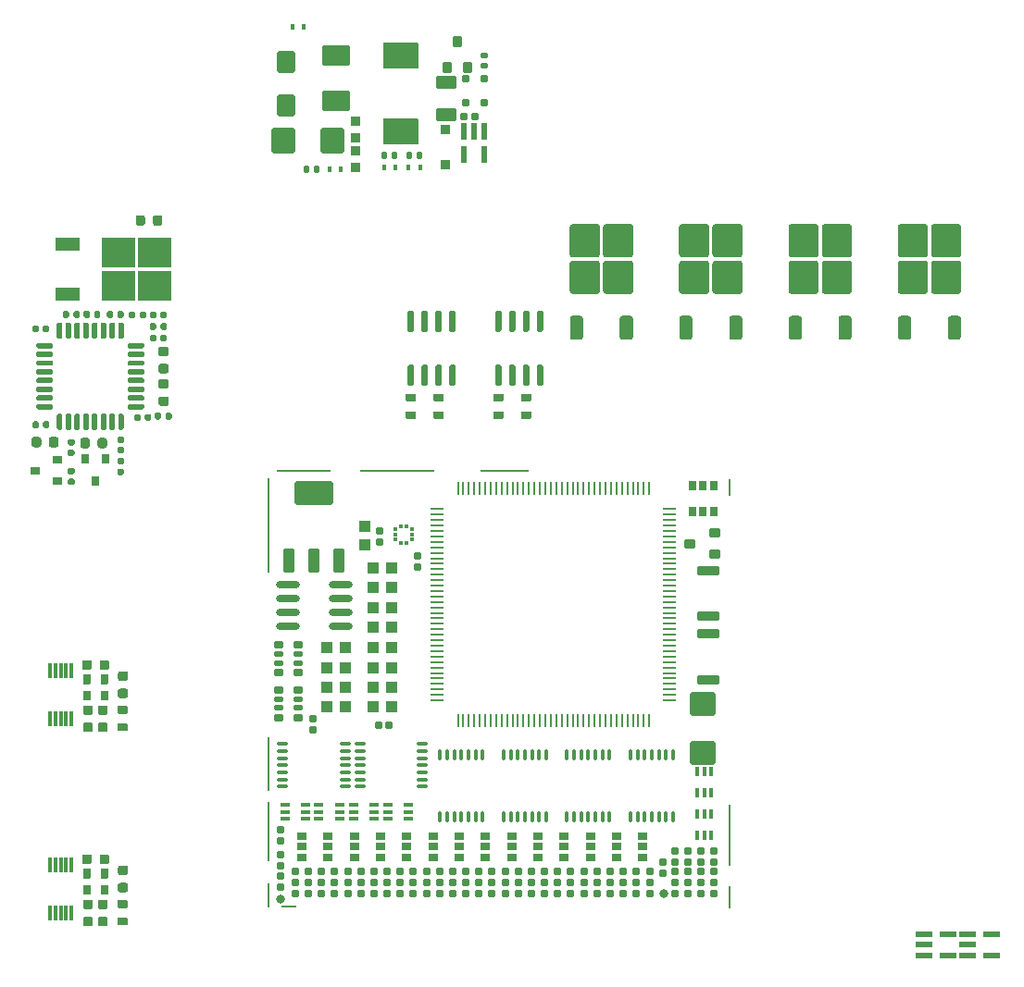
<source format=gtp>
G75*
G70*
%OFA0B0*%
%FSLAX25Y25*%
%IPPOS*%
%LPD*%
%AMOC8*
5,1,8,0,0,1.08239X$1,22.5*
%
%AMM1*
21,1,0.035430,0.030320,0.000000,0.000000,90.000000*
21,1,0.028350,0.037400,0.000000,0.000000,90.000000*
1,1,0.007090,0.015160,0.014170*
1,1,0.007090,0.015160,-0.014170*
1,1,0.007090,-0.015160,-0.014170*
1,1,0.007090,-0.015160,0.014170*
%
%AMM10*
21,1,0.025590,0.026380,0.000000,0.000000,90.000000*
21,1,0.020470,0.031500,0.000000,0.000000,90.000000*
1,1,0.005120,0.013190,0.010240*
1,1,0.005120,0.013190,-0.010240*
1,1,0.005120,-0.013190,-0.010240*
1,1,0.005120,-0.013190,0.010240*
%
%AMM11*
21,1,0.017720,0.027950,0.000000,0.000000,90.000000*
21,1,0.014170,0.031500,0.000000,0.000000,90.000000*
1,1,0.003540,0.013980,0.007090*
1,1,0.003540,0.013980,-0.007090*
1,1,0.003540,-0.013980,-0.007090*
1,1,0.003540,-0.013980,0.007090*
%
%AMM12*
21,1,0.031500,0.072440,0.000000,0.000000,90.000000*
21,1,0.025200,0.078740,0.000000,0.000000,90.000000*
1,1,0.006300,0.036220,0.012600*
1,1,0.006300,0.036220,-0.012600*
1,1,0.006300,-0.036220,-0.012600*
1,1,0.006300,-0.036220,0.012600*
%
%AMM13*
21,1,0.012600,0.028980,0.000000,0.000000,90.000000*
21,1,0.010080,0.031500,0.000000,0.000000,90.000000*
1,1,0.002520,0.014490,0.005040*
1,1,0.002520,0.014490,-0.005040*
1,1,0.002520,-0.014490,-0.005040*
1,1,0.002520,-0.014490,0.005040*
%
%AMM14*
21,1,0.012600,0.028980,0.000000,0.000000,180.000000*
21,1,0.010080,0.031500,0.000000,0.000000,180.000000*
1,1,0.002520,-0.005040,0.014490*
1,1,0.002520,0.005040,0.014490*
1,1,0.002520,0.005040,-0.014490*
1,1,0.002520,-0.005040,-0.014490*
%
%AMM15*
21,1,0.039370,0.035430,0.000000,0.000000,270.000000*
21,1,0.031500,0.043310,0.000000,0.000000,270.000000*
1,1,0.007870,-0.017720,-0.015750*
1,1,0.007870,-0.017720,0.015750*
1,1,0.007870,0.017720,0.015750*
1,1,0.007870,0.017720,-0.015750*
%
%AMM16*
21,1,0.027560,0.018900,0.000000,0.000000,90.000000*
21,1,0.022840,0.023620,0.000000,0.000000,90.000000*
1,1,0.004720,0.009450,0.011420*
1,1,0.004720,0.009450,-0.011420*
1,1,0.004720,-0.009450,-0.011420*
1,1,0.004720,-0.009450,0.011420*
%
%AMM164*
21,1,0.086610,0.073230,0.000000,-0.000000,180.000000*
21,1,0.069290,0.090550,0.000000,-0.000000,180.000000*
1,1,0.017320,-0.034650,0.036610*
1,1,0.017320,0.034650,0.036610*
1,1,0.017320,0.034650,-0.036610*
1,1,0.017320,-0.034650,-0.036610*
%
%AMM165*
21,1,0.094490,0.111020,0.000000,-0.000000,270.000000*
21,1,0.075590,0.129920,0.000000,-0.000000,270.000000*
1,1,0.018900,-0.055510,-0.037800*
1,1,0.018900,-0.055510,0.037800*
1,1,0.018900,0.055510,0.037800*
1,1,0.018900,0.055510,-0.037800*
%
%AMM166*
21,1,0.074800,0.083460,0.000000,-0.000000,270.000000*
21,1,0.059840,0.098430,0.000000,-0.000000,270.000000*
1,1,0.014960,-0.041730,-0.029920*
1,1,0.014960,-0.041730,0.029920*
1,1,0.014960,0.041730,0.029920*
1,1,0.014960,0.041730,-0.029920*
%
%AMM167*
21,1,0.078740,0.053540,0.000000,-0.000000,90.000000*
21,1,0.065350,0.066930,0.000000,-0.000000,90.000000*
1,1,0.013390,0.026770,0.032680*
1,1,0.013390,0.026770,-0.032680*
1,1,0.013390,-0.026770,-0.032680*
1,1,0.013390,-0.026770,0.032680*
%
%AMM168*
21,1,0.035430,0.030320,0.000000,-0.000000,0.000000*
21,1,0.028350,0.037400,0.000000,-0.000000,0.000000*
1,1,0.007090,0.014170,-0.015160*
1,1,0.007090,-0.014170,-0.015160*
1,1,0.007090,-0.014170,0.015160*
1,1,0.007090,0.014170,0.015160*
%
%AMM169*
21,1,0.021650,0.052760,0.000000,-0.000000,180.000000*
21,1,0.017320,0.057090,0.000000,-0.000000,180.000000*
1,1,0.004330,-0.008660,0.026380*
1,1,0.004330,0.008660,0.026380*
1,1,0.004330,0.008660,-0.026380*
1,1,0.004330,-0.008660,-0.026380*
%
%AMM170*
21,1,0.035830,0.026770,0.000000,-0.000000,270.000000*
21,1,0.029130,0.033470,0.000000,-0.000000,270.000000*
1,1,0.006690,-0.013390,-0.014570*
1,1,0.006690,-0.013390,0.014570*
1,1,0.006690,0.013390,0.014570*
1,1,0.006690,0.013390,-0.014570*
%
%AMM171*
21,1,0.070870,0.036220,0.000000,-0.000000,0.000000*
21,1,0.061810,0.045280,0.000000,-0.000000,0.000000*
1,1,0.009060,0.030910,-0.018110*
1,1,0.009060,-0.030910,-0.018110*
1,1,0.009060,-0.030910,0.018110*
1,1,0.009060,0.030910,0.018110*
%
%AMM172*
21,1,0.033470,0.026770,0.000000,-0.000000,270.000000*
21,1,0.026770,0.033470,0.000000,-0.000000,270.000000*
1,1,0.006690,-0.013390,-0.013390*
1,1,0.006690,-0.013390,0.013390*
1,1,0.006690,0.013390,0.013390*
1,1,0.006690,0.013390,-0.013390*
%
%AMM173*
21,1,0.015750,0.016540,0.000000,-0.000000,180.000000*
21,1,0.012600,0.019680,0.000000,-0.000000,180.000000*
1,1,0.003150,-0.006300,0.008270*
1,1,0.003150,0.006300,0.008270*
1,1,0.003150,0.006300,-0.008270*
1,1,0.003150,-0.006300,-0.008270*
%
%AMM174*
21,1,0.023620,0.018900,0.000000,-0.000000,0.000000*
21,1,0.018900,0.023620,0.000000,-0.000000,0.000000*
1,1,0.004720,0.009450,-0.009450*
1,1,0.004720,-0.009450,-0.009450*
1,1,0.004720,-0.009450,0.009450*
1,1,0.004720,0.009450,0.009450*
%
%AMM175*
21,1,0.019680,0.019680,0.000000,-0.000000,270.000000*
21,1,0.015750,0.023620,0.000000,-0.000000,270.000000*
1,1,0.003940,-0.009840,-0.007870*
1,1,0.003940,-0.009840,0.007870*
1,1,0.003940,0.009840,0.007870*
1,1,0.003940,0.009840,-0.007870*
%
%AMM176*
21,1,0.019680,0.019680,0.000000,-0.000000,180.000000*
21,1,0.015750,0.023620,0.000000,-0.000000,180.000000*
1,1,0.003940,-0.007870,0.009840*
1,1,0.003940,0.007870,0.009840*
1,1,0.003940,0.007870,-0.009840*
1,1,0.003940,-0.007870,-0.009840*
%
%AMM2*
21,1,0.043310,0.075980,0.000000,0.000000,0.000000*
21,1,0.034650,0.084650,0.000000,0.000000,0.000000*
1,1,0.008660,0.017320,-0.037990*
1,1,0.008660,-0.017320,-0.037990*
1,1,0.008660,-0.017320,0.037990*
1,1,0.008660,0.017320,0.037990*
%
%AMM3*
21,1,0.043310,0.075990,0.000000,0.000000,0.000000*
21,1,0.034650,0.084650,0.000000,0.000000,0.000000*
1,1,0.008660,0.017320,-0.037990*
1,1,0.008660,-0.017320,-0.037990*
1,1,0.008660,-0.017320,0.037990*
1,1,0.008660,0.017320,0.037990*
%
%AMM4*
21,1,0.137800,0.067720,0.000000,0.000000,0.000000*
21,1,0.120870,0.084650,0.000000,0.000000,0.000000*
1,1,0.016930,0.060430,-0.033860*
1,1,0.016930,-0.060430,-0.033860*
1,1,0.016930,-0.060430,0.033860*
1,1,0.016930,0.060430,0.033860*
%
%AMM5*
21,1,0.039370,0.035430,0.000000,0.000000,0.000000*
21,1,0.031500,0.043310,0.000000,0.000000,0.000000*
1,1,0.007870,0.015750,-0.017720*
1,1,0.007870,-0.015750,-0.017720*
1,1,0.007870,-0.015750,0.017720*
1,1,0.007870,0.015750,0.017720*
%
%AMM57*
21,1,0.021650,0.052760,0.000000,0.000000,270.000000*
21,1,0.017320,0.057090,0.000000,0.000000,270.000000*
1,1,0.004330,-0.026380,-0.008660*
1,1,0.004330,-0.026380,0.008660*
1,1,0.004330,0.026380,0.008660*
1,1,0.004330,0.026380,-0.008660*
%
%AMM6*
21,1,0.023620,0.030710,0.000000,0.000000,180.000000*
21,1,0.018900,0.035430,0.000000,0.000000,180.000000*
1,1,0.004720,-0.009450,0.015350*
1,1,0.004720,0.009450,0.015350*
1,1,0.004720,0.009450,-0.015350*
1,1,0.004720,-0.009450,-0.015350*
%
%AMM7*
21,1,0.027560,0.018900,0.000000,0.000000,180.000000*
21,1,0.022840,0.023620,0.000000,0.000000,180.000000*
1,1,0.004720,-0.011420,0.009450*
1,1,0.004720,0.011420,0.009450*
1,1,0.004720,0.011420,-0.009450*
1,1,0.004720,-0.011420,-0.009450*
%
%AMM8*
21,1,0.023620,0.030710,0.000000,0.000000,270.000000*
21,1,0.018900,0.035430,0.000000,0.000000,270.000000*
1,1,0.004720,-0.015350,-0.009450*
1,1,0.004720,-0.015350,0.009450*
1,1,0.004720,0.015350,0.009450*
1,1,0.004720,0.015350,-0.009450*
%
%AMM9*
21,1,0.086610,0.073230,0.000000,0.000000,90.000000*
21,1,0.069290,0.090550,0.000000,0.000000,90.000000*
1,1,0.017320,0.036610,0.034650*
1,1,0.017320,0.036610,-0.034650*
1,1,0.017320,-0.036610,-0.034650*
1,1,0.017320,-0.036610,0.034650*
%
%ADD169M57*%
%ADD181R,0.03543X0.03150*%
%ADD185R,0.03150X0.03543*%
%ADD20R,0.00787X0.09055*%
%ADD21R,0.00787X0.21260*%
%ADD22R,0.00787X0.33858*%
%ADD23R,0.00787X0.19685*%
%ADD237R,0.01181X0.05512*%
%ADD238R,0.08661X0.04724*%
%ADD24R,0.05512X0.00787*%
%ADD242R,0.12008X0.10827*%
%ADD25R,0.19685X0.00787*%
%ADD26R,0.26772X0.00787*%
%ADD27R,0.17717X0.00787*%
%ADD28R,0.00787X0.06299*%
%ADD29R,0.00787X0.22441*%
%ADD30R,0.00787X0.07874*%
%ADD320M164*%
%ADD321M165*%
%ADD322M166*%
%ADD323M167*%
%ADD324M168*%
%ADD325M169*%
%ADD326M170*%
%ADD327M171*%
%ADD328M172*%
%ADD329M173*%
%ADD330M174*%
%ADD331M175*%
%ADD332M176*%
%ADD53C,0.03150*%
%ADD74O,0.00866X0.05118*%
%ADD75O,0.05118X0.00866*%
%ADD76M1*%
%ADD77M2*%
%ADD78M3*%
%ADD79M4*%
%ADD80M5*%
%ADD81M6*%
%ADD82M7*%
%ADD83M8*%
%ADD84M9*%
%ADD85M10*%
%ADD86M11*%
%ADD87M12*%
%ADD88O,0.01181X0.04331*%
%ADD89O,0.04331X0.01181*%
%ADD90M13*%
%ADD91O,0.08661X0.02362*%
%ADD92M14*%
%ADD93R,0.01476X0.01378*%
%ADD94R,0.01378X0.01476*%
%ADD95M15*%
%ADD96M16*%
X0000000Y0000000D02*
%LPD*%
G01*
G36*
G01*
X0152539Y0197087D02*
X0149469Y0197087D01*
G75*
G02*
X0149193Y0197362I0000000J0000276D01*
G01*
X0149193Y0199567D01*
G75*
G02*
X0149469Y0199843I0000276J0000000D01*
G01*
X0152539Y0199843D01*
G75*
G02*
X0152815Y0199567I0000000J-000276D01*
G01*
X0152815Y0197362D01*
G75*
G02*
X0152539Y0197087I-000276J0000000D01*
G01*
G37*
G36*
G01*
X0152539Y0203386D02*
X0149469Y0203386D01*
G75*
G02*
X0149193Y0203661I0000000J0000276D01*
G01*
X0149193Y0205866D01*
G75*
G02*
X0149469Y0206142I0000276J0000000D01*
G01*
X0152539Y0206142D01*
G75*
G02*
X0152815Y0205866I0000000J-000276D01*
G01*
X0152815Y0203661D01*
G75*
G02*
X0152539Y0203386I-000276J0000000D01*
G01*
G37*
G36*
G01*
X0241398Y0225591D02*
X0238642Y0225591D01*
G75*
G02*
X0237657Y0226575I0000000J0000984D01*
G01*
X0237657Y0233268D01*
G75*
G02*
X0238642Y0234252I0000984J0000000D01*
G01*
X0241398Y0234252D01*
G75*
G02*
X0242382Y0233268I0000000J-000984D01*
G01*
X0242382Y0226575D01*
G75*
G02*
X0241398Y0225591I-000984J0000000D01*
G01*
G37*
G36*
G01*
X0247421Y0242126D02*
X0238563Y0242126D01*
G75*
G02*
X0237579Y0243110I0000000J0000984D01*
G01*
X0237579Y0253150D01*
G75*
G02*
X0238563Y0254134I0000984J0000000D01*
G01*
X0247421Y0254134D01*
G75*
G02*
X0248406Y0253150I0000000J-000984D01*
G01*
X0248406Y0243110D01*
G75*
G02*
X0247421Y0242126I-000984J0000000D01*
G01*
G37*
G36*
G01*
X0259429Y0242126D02*
X0250571Y0242126D01*
G75*
G02*
X0249587Y0243110I0000000J0000984D01*
G01*
X0249587Y0253150D01*
G75*
G02*
X0250571Y0254134I0000984J0000000D01*
G01*
X0259429Y0254134D01*
G75*
G02*
X0260413Y0253150I0000000J-000984D01*
G01*
X0260413Y0243110D01*
G75*
G02*
X0259429Y0242126I-000984J0000000D01*
G01*
G37*
G36*
G01*
X0247421Y0255315D02*
X0238563Y0255315D01*
G75*
G02*
X0237579Y0256299I0000000J0000984D01*
G01*
X0237579Y0266339D01*
G75*
G02*
X0238563Y0267323I0000984J0000000D01*
G01*
X0247421Y0267323D01*
G75*
G02*
X0248406Y0266339I0000000J-000984D01*
G01*
X0248406Y0256299D01*
G75*
G02*
X0247421Y0255315I-000984J0000000D01*
G01*
G37*
G36*
G01*
X0259429Y0255315D02*
X0250571Y0255315D01*
G75*
G02*
X0249587Y0256299I0000000J0000984D01*
G01*
X0249587Y0266339D01*
G75*
G02*
X0250571Y0267323I0000984J0000000D01*
G01*
X0259429Y0267323D01*
G75*
G02*
X0260413Y0266339I0000000J-000984D01*
G01*
X0260413Y0256299D01*
G75*
G02*
X0259429Y0255315I-000984J0000000D01*
G01*
G37*
G36*
G01*
X0259350Y0225591D02*
X0256594Y0225591D01*
G75*
G02*
X0255610Y0226575I0000000J0000984D01*
G01*
X0255610Y0233268D01*
G75*
G02*
X0256594Y0234252I0000984J0000000D01*
G01*
X0259350Y0234252D01*
G75*
G02*
X0260335Y0233268I0000000J-000984D01*
G01*
X0260335Y0226575D01*
G75*
G02*
X0259350Y0225591I-000984J0000000D01*
G01*
G37*
G36*
G01*
X0202028Y0225591D02*
X0199272Y0225591D01*
G75*
G02*
X0198287Y0226575I0000000J0000984D01*
G01*
X0198287Y0233268D01*
G75*
G02*
X0199272Y0234252I0000984J0000000D01*
G01*
X0202028Y0234252D01*
G75*
G02*
X0203012Y0233268I0000000J-000984D01*
G01*
X0203012Y0226575D01*
G75*
G02*
X0202028Y0225591I-000984J0000000D01*
G01*
G37*
G36*
G01*
X0208051Y0242126D02*
X0199193Y0242126D01*
G75*
G02*
X0198209Y0243110I0000000J0000984D01*
G01*
X0198209Y0253150D01*
G75*
G02*
X0199193Y0254134I0000984J0000000D01*
G01*
X0208051Y0254134D01*
G75*
G02*
X0209035Y0253150I0000000J-000984D01*
G01*
X0209035Y0243110D01*
G75*
G02*
X0208051Y0242126I-000984J0000000D01*
G01*
G37*
G36*
G01*
X0220059Y0242126D02*
X0211201Y0242126D01*
G75*
G02*
X0210217Y0243110I0000000J0000984D01*
G01*
X0210217Y0253150D01*
G75*
G02*
X0211201Y0254134I0000984J0000000D01*
G01*
X0220059Y0254134D01*
G75*
G02*
X0221043Y0253150I0000000J-000984D01*
G01*
X0221043Y0243110D01*
G75*
G02*
X0220059Y0242126I-000984J0000000D01*
G01*
G37*
G36*
G01*
X0208051Y0255315D02*
X0199193Y0255315D01*
G75*
G02*
X0198209Y0256299I0000000J0000984D01*
G01*
X0198209Y0266339D01*
G75*
G02*
X0199193Y0267323I0000984J0000000D01*
G01*
X0208051Y0267323D01*
G75*
G02*
X0209035Y0266339I0000000J-000984D01*
G01*
X0209035Y0256299D01*
G75*
G02*
X0208051Y0255315I-000984J0000000D01*
G01*
G37*
G36*
G01*
X0220059Y0255315D02*
X0211201Y0255315D01*
G75*
G02*
X0210217Y0256299I0000000J0000984D01*
G01*
X0210217Y0266339D01*
G75*
G02*
X0211201Y0267323I0000984J0000000D01*
G01*
X0220059Y0267323D01*
G75*
G02*
X0221043Y0266339I0000000J-000984D01*
G01*
X0221043Y0256299D01*
G75*
G02*
X0220059Y0255315I-000984J0000000D01*
G01*
G37*
G36*
G01*
X0219980Y0225591D02*
X0217224Y0225591D01*
G75*
G02*
X0216240Y0226575I0000000J0000984D01*
G01*
X0216240Y0233268D01*
G75*
G02*
X0217224Y0234252I0000984J0000000D01*
G01*
X0219980Y0234252D01*
G75*
G02*
X0220965Y0233268I0000000J-000984D01*
G01*
X0220965Y0226575D01*
G75*
G02*
X0219980Y0225591I-000984J0000000D01*
G01*
G37*
G36*
G01*
X0184035Y0197087D02*
X0180965Y0197087D01*
G75*
G02*
X0180689Y0197362I0000000J0000276D01*
G01*
X0180689Y0199567D01*
G75*
G02*
X0180965Y0199843I0000276J0000000D01*
G01*
X0184035Y0199843D01*
G75*
G02*
X0184311Y0199567I0000000J-000276D01*
G01*
X0184311Y0197362D01*
G75*
G02*
X0184035Y0197087I-000276J0000000D01*
G01*
G37*
G36*
G01*
X0184035Y0203386D02*
X0180965Y0203386D01*
G75*
G02*
X0180689Y0203661I0000000J0000276D01*
G01*
X0180689Y0205866D01*
G75*
G02*
X0180965Y0206142I0000276J0000000D01*
G01*
X0184035Y0206142D01*
G75*
G02*
X0184311Y0205866I0000000J-000276D01*
G01*
X0184311Y0203661D01*
G75*
G02*
X0184035Y0203386I-000276J0000000D01*
G01*
G37*
G36*
G01*
X0173091Y0208925D02*
X0171909Y0208925D01*
G75*
G02*
X0171319Y0209516I0000000J0000591D01*
G01*
X0171319Y0216012D01*
G75*
G02*
X0171909Y0216602I0000591J0000000D01*
G01*
X0173091Y0216602D01*
G75*
G02*
X0173681Y0216012I0000000J-000591D01*
G01*
X0173681Y0209516D01*
G75*
G02*
X0173091Y0208925I-000591J0000000D01*
G01*
G37*
G36*
G01*
X0178091Y0208925D02*
X0176909Y0208925D01*
G75*
G02*
X0176319Y0209516I0000000J0000591D01*
G01*
X0176319Y0216012D01*
G75*
G02*
X0176909Y0216602I0000591J0000000D01*
G01*
X0178091Y0216602D01*
G75*
G02*
X0178681Y0216012I0000000J-000591D01*
G01*
X0178681Y0209516D01*
G75*
G02*
X0178091Y0208925I-000591J0000000D01*
G01*
G37*
G36*
G01*
X0183091Y0208925D02*
X0181909Y0208925D01*
G75*
G02*
X0181319Y0209516I0000000J0000591D01*
G01*
X0181319Y0216012D01*
G75*
G02*
X0181909Y0216602I0000591J0000000D01*
G01*
X0183091Y0216602D01*
G75*
G02*
X0183681Y0216012I0000000J-000591D01*
G01*
X0183681Y0209516D01*
G75*
G02*
X0183091Y0208925I-000591J0000000D01*
G01*
G37*
G36*
G01*
X0188091Y0208925D02*
X0186909Y0208925D01*
G75*
G02*
X0186319Y0209516I0000000J0000591D01*
G01*
X0186319Y0216012D01*
G75*
G02*
X0186909Y0216602I0000591J0000000D01*
G01*
X0188091Y0216602D01*
G75*
G02*
X0188681Y0216012I0000000J-000591D01*
G01*
X0188681Y0209516D01*
G75*
G02*
X0188091Y0208925I-000591J0000000D01*
G01*
G37*
G36*
G01*
X0188091Y0228413D02*
X0186909Y0228413D01*
G75*
G02*
X0186319Y0229004I0000000J0000591D01*
G01*
X0186319Y0235500D01*
G75*
G02*
X0186909Y0236091I0000591J0000000D01*
G01*
X0188091Y0236091D01*
G75*
G02*
X0188681Y0235500I0000000J-000591D01*
G01*
X0188681Y0229004D01*
G75*
G02*
X0188091Y0228413I-000591J0000000D01*
G01*
G37*
G36*
G01*
X0183091Y0228413D02*
X0181909Y0228413D01*
G75*
G02*
X0181319Y0229004I0000000J0000591D01*
G01*
X0181319Y0235500D01*
G75*
G02*
X0181909Y0236091I0000591J0000000D01*
G01*
X0183091Y0236091D01*
G75*
G02*
X0183681Y0235500I0000000J-000591D01*
G01*
X0183681Y0229004D01*
G75*
G02*
X0183091Y0228413I-000591J0000000D01*
G01*
G37*
G36*
G01*
X0178091Y0228413D02*
X0176909Y0228413D01*
G75*
G02*
X0176319Y0229004I0000000J0000591D01*
G01*
X0176319Y0235500D01*
G75*
G02*
X0176909Y0236091I0000591J0000000D01*
G01*
X0178091Y0236091D01*
G75*
G02*
X0178681Y0235500I0000000J-000591D01*
G01*
X0178681Y0229004D01*
G75*
G02*
X0178091Y0228413I-000591J0000000D01*
G01*
G37*
G36*
G01*
X0173091Y0228413D02*
X0171909Y0228413D01*
G75*
G02*
X0171319Y0229004I0000000J0000591D01*
G01*
X0171319Y0235500D01*
G75*
G02*
X0171909Y0236091I0000591J0000000D01*
G01*
X0173091Y0236091D01*
G75*
G02*
X0173681Y0235500I0000000J-000591D01*
G01*
X0173681Y0229004D01*
G75*
G02*
X0173091Y0228413I-000591J0000000D01*
G01*
G37*
G36*
G01*
X0280768Y0225591D02*
X0278012Y0225591D01*
G75*
G02*
X0277028Y0226575I0000000J0000984D01*
G01*
X0277028Y0233268D01*
G75*
G02*
X0278012Y0234252I0000984J0000000D01*
G01*
X0280768Y0234252D01*
G75*
G02*
X0281752Y0233268I0000000J-000984D01*
G01*
X0281752Y0226575D01*
G75*
G02*
X0280768Y0225591I-000984J0000000D01*
G01*
G37*
G36*
G01*
X0286791Y0242126D02*
X0277933Y0242126D01*
G75*
G02*
X0276949Y0243110I0000000J0000984D01*
G01*
X0276949Y0253150D01*
G75*
G02*
X0277933Y0254134I0000984J0000000D01*
G01*
X0286791Y0254134D01*
G75*
G02*
X0287776Y0253150I0000000J-000984D01*
G01*
X0287776Y0243110D01*
G75*
G02*
X0286791Y0242126I-000984J0000000D01*
G01*
G37*
G36*
G01*
X0298799Y0242126D02*
X0289941Y0242126D01*
G75*
G02*
X0288957Y0243110I0000000J0000984D01*
G01*
X0288957Y0253150D01*
G75*
G02*
X0289941Y0254134I0000984J0000000D01*
G01*
X0298799Y0254134D01*
G75*
G02*
X0299783Y0253150I0000000J-000984D01*
G01*
X0299783Y0243110D01*
G75*
G02*
X0298799Y0242126I-000984J0000000D01*
G01*
G37*
G36*
G01*
X0286791Y0255315D02*
X0277933Y0255315D01*
G75*
G02*
X0276949Y0256299I0000000J0000984D01*
G01*
X0276949Y0266339D01*
G75*
G02*
X0277933Y0267323I0000984J0000000D01*
G01*
X0286791Y0267323D01*
G75*
G02*
X0287776Y0266339I0000000J-000984D01*
G01*
X0287776Y0256299D01*
G75*
G02*
X0286791Y0255315I-000984J0000000D01*
G01*
G37*
G36*
G01*
X0298799Y0255315D02*
X0289941Y0255315D01*
G75*
G02*
X0288957Y0256299I0000000J0000984D01*
G01*
X0288957Y0266339D01*
G75*
G02*
X0289941Y0267323I0000984J0000000D01*
G01*
X0298799Y0267323D01*
G75*
G02*
X0299783Y0266339I0000000J-000984D01*
G01*
X0299783Y0256299D01*
G75*
G02*
X0298799Y0255315I-000984J0000000D01*
G01*
G37*
G36*
G01*
X0298720Y0225591D02*
X0295965Y0225591D01*
G75*
G02*
X0294980Y0226575I0000000J0000984D01*
G01*
X0294980Y0233268D01*
G75*
G02*
X0295965Y0234252I0000984J0000000D01*
G01*
X0298720Y0234252D01*
G75*
G02*
X0299705Y0233268I0000000J-000984D01*
G01*
X0299705Y0226575D01*
G75*
G02*
X0298720Y0225591I-000984J0000000D01*
G01*
G37*
G36*
G01*
X0141594Y0208925D02*
X0140413Y0208925D01*
G75*
G02*
X0139823Y0209516I0000000J0000591D01*
G01*
X0139823Y0216012D01*
G75*
G02*
X0140413Y0216602I0000591J0000000D01*
G01*
X0141594Y0216602D01*
G75*
G02*
X0142185Y0216012I0000000J-000591D01*
G01*
X0142185Y0209516D01*
G75*
G02*
X0141594Y0208925I-000591J0000000D01*
G01*
G37*
G36*
G01*
X0146594Y0208925D02*
X0145413Y0208925D01*
G75*
G02*
X0144823Y0209516I0000000J0000591D01*
G01*
X0144823Y0216012D01*
G75*
G02*
X0145413Y0216602I0000591J0000000D01*
G01*
X0146594Y0216602D01*
G75*
G02*
X0147185Y0216012I0000000J-000591D01*
G01*
X0147185Y0209516D01*
G75*
G02*
X0146594Y0208925I-000591J0000000D01*
G01*
G37*
G36*
G01*
X0151594Y0208925D02*
X0150413Y0208925D01*
G75*
G02*
X0149823Y0209516I0000000J0000591D01*
G01*
X0149823Y0216012D01*
G75*
G02*
X0150413Y0216602I0000591J0000000D01*
G01*
X0151594Y0216602D01*
G75*
G02*
X0152185Y0216012I0000000J-000591D01*
G01*
X0152185Y0209516D01*
G75*
G02*
X0151594Y0208925I-000591J0000000D01*
G01*
G37*
G36*
G01*
X0156594Y0208925D02*
X0155413Y0208925D01*
G75*
G02*
X0154823Y0209516I0000000J0000591D01*
G01*
X0154823Y0216012D01*
G75*
G02*
X0155413Y0216602I0000591J0000000D01*
G01*
X0156594Y0216602D01*
G75*
G02*
X0157185Y0216012I0000000J-000591D01*
G01*
X0157185Y0209516D01*
G75*
G02*
X0156594Y0208925I-000591J0000000D01*
G01*
G37*
G36*
G01*
X0156594Y0228413D02*
X0155413Y0228413D01*
G75*
G02*
X0154823Y0229004I0000000J0000591D01*
G01*
X0154823Y0235500D01*
G75*
G02*
X0155413Y0236091I0000591J0000000D01*
G01*
X0156594Y0236091D01*
G75*
G02*
X0157185Y0235500I0000000J-000591D01*
G01*
X0157185Y0229004D01*
G75*
G02*
X0156594Y0228413I-000591J0000000D01*
G01*
G37*
G36*
G01*
X0151594Y0228413D02*
X0150413Y0228413D01*
G75*
G02*
X0149823Y0229004I0000000J0000591D01*
G01*
X0149823Y0235500D01*
G75*
G02*
X0150413Y0236091I0000591J0000000D01*
G01*
X0151594Y0236091D01*
G75*
G02*
X0152185Y0235500I0000000J-000591D01*
G01*
X0152185Y0229004D01*
G75*
G02*
X0151594Y0228413I-000591J0000000D01*
G01*
G37*
G36*
G01*
X0146594Y0228413D02*
X0145413Y0228413D01*
G75*
G02*
X0144823Y0229004I0000000J0000591D01*
G01*
X0144823Y0235500D01*
G75*
G02*
X0145413Y0236091I0000591J0000000D01*
G01*
X0146594Y0236091D01*
G75*
G02*
X0147185Y0235500I0000000J-000591D01*
G01*
X0147185Y0229004D01*
G75*
G02*
X0146594Y0228413I-000591J0000000D01*
G01*
G37*
G36*
G01*
X0141594Y0228413D02*
X0140413Y0228413D01*
G75*
G02*
X0139823Y0229004I0000000J0000591D01*
G01*
X0139823Y0235500D01*
G75*
G02*
X0140413Y0236091I0000591J0000000D01*
G01*
X0141594Y0236091D01*
G75*
G02*
X0142185Y0235500I0000000J-000591D01*
G01*
X0142185Y0229004D01*
G75*
G02*
X0141594Y0228413I-000591J0000000D01*
G01*
G37*
G36*
G01*
X0142539Y0197087D02*
X0139469Y0197087D01*
G75*
G02*
X0139193Y0197362I0000000J0000276D01*
G01*
X0139193Y0199567D01*
G75*
G02*
X0139469Y0199843I0000276J0000000D01*
G01*
X0142539Y0199843D01*
G75*
G02*
X0142815Y0199567I0000000J-000276D01*
G01*
X0142815Y0197362D01*
G75*
G02*
X0142539Y0197087I-000276J0000000D01*
G01*
G37*
G36*
G01*
X0142539Y0203386D02*
X0139469Y0203386D01*
G75*
G02*
X0139193Y0203661I0000000J0000276D01*
G01*
X0139193Y0205866D01*
G75*
G02*
X0139469Y0206142I0000276J0000000D01*
G01*
X0142539Y0206142D01*
G75*
G02*
X0142815Y0205866I0000000J-000276D01*
G01*
X0142815Y0203661D01*
G75*
G02*
X0142539Y0203386I-000276J0000000D01*
G01*
G37*
G36*
G01*
X0174035Y0197087D02*
X0170965Y0197087D01*
G75*
G02*
X0170689Y0197362I0000000J0000276D01*
G01*
X0170689Y0199567D01*
G75*
G02*
X0170965Y0199843I0000276J0000000D01*
G01*
X0174035Y0199843D01*
G75*
G02*
X0174311Y0199567I0000000J-000276D01*
G01*
X0174311Y0197362D01*
G75*
G02*
X0174035Y0197087I-000276J0000000D01*
G01*
G37*
G36*
G01*
X0174035Y0203386D02*
X0170965Y0203386D01*
G75*
G02*
X0170689Y0203661I0000000J0000276D01*
G01*
X0170689Y0205866D01*
G75*
G02*
X0170965Y0206142I0000276J0000000D01*
G01*
X0174035Y0206142D01*
G75*
G02*
X0174311Y0205866I0000000J-000276D01*
G01*
X0174311Y0203661D01*
G75*
G02*
X0174035Y0203386I-000276J0000000D01*
G01*
G37*
G36*
G01*
X0320138Y0225591D02*
X0317382Y0225591D01*
G75*
G02*
X0316398Y0226575I0000000J0000984D01*
G01*
X0316398Y0233268D01*
G75*
G02*
X0317382Y0234252I0000984J0000000D01*
G01*
X0320138Y0234252D01*
G75*
G02*
X0321122Y0233268I0000000J-000984D01*
G01*
X0321122Y0226575D01*
G75*
G02*
X0320138Y0225591I-000984J0000000D01*
G01*
G37*
G36*
G01*
X0326161Y0242126D02*
X0317303Y0242126D01*
G75*
G02*
X0316319Y0243110I0000000J0000984D01*
G01*
X0316319Y0253150D01*
G75*
G02*
X0317303Y0254134I0000984J0000000D01*
G01*
X0326161Y0254134D01*
G75*
G02*
X0327146Y0253150I0000000J-000984D01*
G01*
X0327146Y0243110D01*
G75*
G02*
X0326161Y0242126I-000984J0000000D01*
G01*
G37*
G36*
G01*
X0338169Y0242126D02*
X0329311Y0242126D01*
G75*
G02*
X0328327Y0243110I0000000J0000984D01*
G01*
X0328327Y0253150D01*
G75*
G02*
X0329311Y0254134I0000984J0000000D01*
G01*
X0338169Y0254134D01*
G75*
G02*
X0339154Y0253150I0000000J-000984D01*
G01*
X0339154Y0243110D01*
G75*
G02*
X0338169Y0242126I-000984J0000000D01*
G01*
G37*
G36*
G01*
X0326161Y0255315D02*
X0317303Y0255315D01*
G75*
G02*
X0316319Y0256299I0000000J0000984D01*
G01*
X0316319Y0266339D01*
G75*
G02*
X0317303Y0267323I0000984J0000000D01*
G01*
X0326161Y0267323D01*
G75*
G02*
X0327146Y0266339I0000000J-000984D01*
G01*
X0327146Y0256299D01*
G75*
G02*
X0326161Y0255315I-000984J0000000D01*
G01*
G37*
G36*
G01*
X0338169Y0255315D02*
X0329311Y0255315D01*
G75*
G02*
X0328327Y0256299I0000000J0000984D01*
G01*
X0328327Y0266339D01*
G75*
G02*
X0329311Y0267323I0000984J0000000D01*
G01*
X0338169Y0267323D01*
G75*
G02*
X0339154Y0266339I0000000J-000984D01*
G01*
X0339154Y0256299D01*
G75*
G02*
X0338169Y0255315I-000984J0000000D01*
G01*
G37*
G36*
G01*
X0338091Y0225591D02*
X0335335Y0225591D01*
G75*
G02*
X0334350Y0226575I0000000J0000984D01*
G01*
X0334350Y0233268D01*
G75*
G02*
X0335335Y0234252I0000984J0000000D01*
G01*
X0338091Y0234252D01*
G75*
G02*
X0339075Y0233268I0000000J-000984D01*
G01*
X0339075Y0226575D01*
G75*
G02*
X0338091Y0225591I-000984J0000000D01*
G01*
G37*
X0005888Y0140291D02*
%LPD*%
G01*
D237*
X0018880Y0106433D03*
X0016912Y0106433D03*
X0014943Y0106433D03*
X0012975Y0106433D03*
X0011006Y0106433D03*
X0011006Y0089110D03*
X0012975Y0089110D03*
X0014943Y0089110D03*
X0016912Y0089110D03*
X0018880Y0089110D03*
G36*
G01*
X0032069Y0098913D02*
X0032069Y0095842D01*
G75*
G02*
X0031794Y0095567I-000276J0000000D01*
G01*
X0029589Y0095567D01*
G75*
G02*
X0029313Y0095842I0000000J0000276D01*
G01*
X0029313Y0098913D01*
G75*
G02*
X0029589Y0099189I0000276J0000000D01*
G01*
X0031794Y0099189D01*
G75*
G02*
X0032069Y0098913I0000000J-000276D01*
G01*
G37*
G36*
G01*
X0025770Y0098913D02*
X0025770Y0095842D01*
G75*
G02*
X0025494Y0095567I-000276J0000000D01*
G01*
X0023290Y0095567D01*
G75*
G02*
X0023014Y0095842I0000000J0000276D01*
G01*
X0023014Y0098913D01*
G75*
G02*
X0023290Y0099189I0000276J0000000D01*
G01*
X0025494Y0099189D01*
G75*
G02*
X0025770Y0098913I0000000J-000276D01*
G01*
G37*
G36*
G01*
X0038723Y0084582D02*
X0035652Y0084582D01*
G75*
G02*
X0035376Y0084858I0000000J0000276D01*
G01*
X0035376Y0087063D01*
G75*
G02*
X0035652Y0087338I0000276J0000000D01*
G01*
X0038723Y0087338D01*
G75*
G02*
X0038998Y0087063I0000000J-000276D01*
G01*
X0038998Y0084858D01*
G75*
G02*
X0038723Y0084582I-000276J0000000D01*
G01*
G37*
G36*
G01*
X0038723Y0090882D02*
X0035652Y0090882D01*
G75*
G02*
X0035376Y0091157I0000000J0000276D01*
G01*
X0035376Y0093362D01*
G75*
G02*
X0035652Y0093637I0000276J0000000D01*
G01*
X0038723Y0093637D01*
G75*
G02*
X0038998Y0093362I0000000J-000276D01*
G01*
X0038998Y0091157D01*
G75*
G02*
X0038723Y0090882I-000276J0000000D01*
G01*
G37*
G36*
G01*
X0032069Y0104819D02*
X0032069Y0101748D01*
G75*
G02*
X0031794Y0101472I-000276J0000000D01*
G01*
X0029589Y0101472D01*
G75*
G02*
X0029313Y0101748I0000000J0000276D01*
G01*
X0029313Y0104819D01*
G75*
G02*
X0029589Y0105094I0000276J0000000D01*
G01*
X0031794Y0105094D01*
G75*
G02*
X0032069Y0104819I0000000J-000276D01*
G01*
G37*
G36*
G01*
X0025770Y0104819D02*
X0025770Y0101748D01*
G75*
G02*
X0025494Y0101472I-000276J0000000D01*
G01*
X0023290Y0101472D01*
G75*
G02*
X0023014Y0101748I0000000J0000276D01*
G01*
X0023014Y0104819D01*
G75*
G02*
X0023290Y0105094I0000276J0000000D01*
G01*
X0025494Y0105094D01*
G75*
G02*
X0025770Y0104819I0000000J-000276D01*
G01*
G37*
G36*
G01*
X0038393Y0096492D02*
X0036375Y0096492D01*
G75*
G02*
X0035514Y0097353I0000000J0000861D01*
G01*
X0035514Y0099075D01*
G75*
G02*
X0036375Y0099937I0000861J0000000D01*
G01*
X0038393Y0099937D01*
G75*
G02*
X0039254Y0099075I0000000J-000861D01*
G01*
X0039254Y0097353D01*
G75*
G02*
X0038393Y0096492I-000861J0000000D01*
G01*
G37*
G36*
G01*
X0038393Y0102693D02*
X0036375Y0102693D01*
G75*
G02*
X0035514Y0103554I0000000J0000861D01*
G01*
X0035514Y0105276D01*
G75*
G02*
X0036375Y0106137I0000861J0000000D01*
G01*
X0038393Y0106137D01*
G75*
G02*
X0039254Y0105276I0000000J-000861D01*
G01*
X0039254Y0103554D01*
G75*
G02*
X0038393Y0102693I-000861J0000000D01*
G01*
G37*
G36*
G01*
X0031431Y0090547D02*
X0028754Y0090547D01*
G75*
G02*
X0028419Y0090882I0000000J0000335D01*
G01*
X0028419Y0093559D01*
G75*
G02*
X0028754Y0093893I0000335J0000000D01*
G01*
X0031431Y0093893D01*
G75*
G02*
X0031766Y0093559I0000000J-000335D01*
G01*
X0031766Y0090882D01*
G75*
G02*
X0031431Y0090547I-000335J0000000D01*
G01*
G37*
G36*
G01*
X0031431Y0084326D02*
X0028754Y0084326D01*
G75*
G02*
X0028419Y0084661I0000000J0000335D01*
G01*
X0028419Y0087338D01*
G75*
G02*
X0028754Y0087673I0000335J0000000D01*
G01*
X0031431Y0087673D01*
G75*
G02*
X0031766Y0087338I0000000J-000335D01*
G01*
X0031766Y0084661D01*
G75*
G02*
X0031431Y0084326I-000335J0000000D01*
G01*
G37*
G36*
G01*
X0026124Y0084326D02*
X0023447Y0084326D01*
G75*
G02*
X0023112Y0084661I0000000J0000335D01*
G01*
X0023112Y0087338D01*
G75*
G02*
X0023447Y0087673I0000335J0000000D01*
G01*
X0026124Y0087673D01*
G75*
G02*
X0026459Y0087338I0000000J-000335D01*
G01*
X0026459Y0084661D01*
G75*
G02*
X0026124Y0084326I-000335J0000000D01*
G01*
G37*
G36*
G01*
X0026124Y0090547D02*
X0023447Y0090547D01*
G75*
G02*
X0023112Y0090882I0000000J0000335D01*
G01*
X0023112Y0093559D01*
G75*
G02*
X0023447Y0093893I0000335J0000000D01*
G01*
X0026124Y0093893D01*
G75*
G02*
X0026459Y0093559I0000000J-000335D01*
G01*
X0026459Y0090882D01*
G75*
G02*
X0026124Y0090547I-000335J0000000D01*
G01*
G37*
G36*
G01*
X0032325Y0109740D02*
X0032325Y0107063D01*
G75*
G02*
X0031990Y0106728I-000335J0000000D01*
G01*
X0029313Y0106728D01*
G75*
G02*
X0028979Y0107063I0000000J0000335D01*
G01*
X0028979Y0109740D01*
G75*
G02*
X0029313Y0110074I0000335J0000000D01*
G01*
X0031990Y0110074D01*
G75*
G02*
X0032325Y0109740I0000000J-000335D01*
G01*
G37*
G36*
G01*
X0026105Y0109740D02*
X0026105Y0107063D01*
G75*
G02*
X0025770Y0106728I-000335J0000000D01*
G01*
X0023093Y0106728D01*
G75*
G02*
X0022758Y0107063I0000000J0000335D01*
G01*
X0022758Y0109740D01*
G75*
G02*
X0023093Y0110074I0000335J0000000D01*
G01*
X0025770Y0110074D01*
G75*
G02*
X0026105Y0109740I0000000J-000335D01*
G01*
G37*
X0089543Y0020906D02*
G01*
G75*
D21*
X0089937Y0048465D02*
D03*
D20*
X0089937Y0025434D02*
D03*
D23*
X0089937Y0072874D02*
D03*
D30*
X0255685Y0024843D02*
D03*
D25*
X0102535Y0178386D02*
D03*
D26*
X0136000Y0178386D02*
D03*
D27*
X0174779Y0178386D02*
D03*
D29*
X0255685Y0047087D02*
D03*
D28*
X0255685Y0172481D02*
D03*
D24*
X0097023Y0021300D02*
D03*
D22*
X0089937Y0158701D02*
D03*
D74*
X0157948Y0171989D02*
D03*
X0159917Y0171989D02*
D03*
X0161885Y0171989D02*
D03*
X0163854Y0171989D02*
D03*
X0165822Y0171989D02*
D03*
X0167791Y0171989D02*
D03*
X0169759Y0171989D02*
D03*
X0171728Y0171989D02*
D03*
X0173696Y0171989D02*
D03*
X0175665Y0171989D02*
D03*
X0177633Y0171989D02*
D03*
X0179602Y0171989D02*
D03*
X0181571Y0171989D02*
D03*
X0183539Y0171989D02*
D03*
X0185508Y0171989D02*
D03*
X0187476Y0171989D02*
D03*
X0189445Y0171989D02*
D03*
X0191413Y0171989D02*
D03*
X0193382Y0171989D02*
D03*
X0195350Y0171989D02*
D03*
X0197319Y0171989D02*
D03*
X0199287Y0171989D02*
D03*
X0201256Y0171989D02*
D03*
X0203224Y0171989D02*
D03*
X0205193Y0171989D02*
D03*
X0207161Y0171989D02*
D03*
X0209130Y0171989D02*
D03*
X0211098Y0171989D02*
D03*
X0213067Y0171989D02*
D03*
X0215035Y0171989D02*
D03*
X0217004Y0171989D02*
D03*
X0218972Y0171989D02*
D03*
X0220941Y0171989D02*
D03*
X0222909Y0171989D02*
D03*
X0224878Y0171989D02*
D03*
X0226846Y0171989D02*
D03*
X0226846Y0088327D02*
D03*
X0224878Y0088327D02*
D03*
X0222909Y0088327D02*
D03*
X0220941Y0088327D02*
D03*
X0218972Y0088327D02*
D03*
X0217004Y0088327D02*
D03*
X0215035Y0088327D02*
D03*
X0213067Y0088327D02*
D03*
X0211098Y0088327D02*
D03*
X0209130Y0088327D02*
D03*
X0207161Y0088327D02*
D03*
X0205193Y0088327D02*
D03*
X0203224Y0088327D02*
D03*
X0201256Y0088327D02*
D03*
X0199287Y0088327D02*
D03*
X0197319Y0088327D02*
D03*
X0195350Y0088327D02*
D03*
X0193382Y0088327D02*
D03*
X0191413Y0088327D02*
D03*
X0189445Y0088327D02*
D03*
X0187476Y0088327D02*
D03*
X0185508Y0088327D02*
D03*
X0183539Y0088327D02*
D03*
X0181571Y0088327D02*
D03*
X0179602Y0088327D02*
D03*
X0177633Y0088327D02*
D03*
X0175665Y0088327D02*
D03*
X0173696Y0088327D02*
D03*
X0171728Y0088327D02*
D03*
X0169759Y0088327D02*
D03*
X0167791Y0088327D02*
D03*
X0165822Y0088327D02*
D03*
X0163854Y0088327D02*
D03*
X0161885Y0088327D02*
D03*
X0159917Y0088327D02*
D03*
X0157948Y0088327D02*
D03*
D75*
X0234228Y0164607D02*
D03*
X0234228Y0162638D02*
D03*
X0234228Y0160670D02*
D03*
X0234228Y0158701D02*
D03*
X0234228Y0156733D02*
D03*
X0234228Y0154764D02*
D03*
X0234228Y0152796D02*
D03*
X0234228Y0150827D02*
D03*
X0234228Y0148859D02*
D03*
X0234228Y0146890D02*
D03*
X0234228Y0144922D02*
D03*
X0234228Y0142953D02*
D03*
X0234228Y0140985D02*
D03*
X0234228Y0139016D02*
D03*
X0234228Y0137048D02*
D03*
X0234228Y0135079D02*
D03*
X0234228Y0133111D02*
D03*
X0234228Y0131142D02*
D03*
X0234228Y0129174D02*
D03*
X0234228Y0127205D02*
D03*
X0234228Y0125237D02*
D03*
X0234228Y0123268D02*
D03*
X0234228Y0121300D02*
D03*
X0234228Y0119331D02*
D03*
X0234228Y0117363D02*
D03*
X0234228Y0115394D02*
D03*
X0234228Y0113426D02*
D03*
X0234228Y0111457D02*
D03*
X0234228Y0109489D02*
D03*
X0234228Y0107520D02*
D03*
X0234228Y0105552D02*
D03*
X0234228Y0103583D02*
D03*
X0234228Y0101615D02*
D03*
X0234228Y0099646D02*
D03*
X0234228Y0097678D02*
D03*
X0234228Y0095709D02*
D03*
X0150567Y0095709D02*
D03*
X0150567Y0097678D02*
D03*
X0150567Y0099646D02*
D03*
X0150567Y0101615D02*
D03*
X0150567Y0103583D02*
D03*
X0150567Y0105552D02*
D03*
X0150567Y0107520D02*
D03*
X0150567Y0109489D02*
D03*
X0150567Y0111457D02*
D03*
X0150567Y0113426D02*
D03*
X0150567Y0115394D02*
D03*
X0150567Y0117363D02*
D03*
X0150567Y0119331D02*
D03*
X0150567Y0121300D02*
D03*
X0150567Y0123268D02*
D03*
X0150567Y0125237D02*
D03*
X0150567Y0127205D02*
D03*
X0150567Y0129174D02*
D03*
X0150567Y0131142D02*
D03*
X0150567Y0133111D02*
D03*
X0150567Y0135079D02*
D03*
X0150567Y0137048D02*
D03*
X0150567Y0139016D02*
D03*
X0150567Y0140985D02*
D03*
X0150567Y0142953D02*
D03*
X0150567Y0144922D02*
D03*
X0150567Y0146890D02*
D03*
X0150567Y0148859D02*
D03*
X0150567Y0150827D02*
D03*
X0150567Y0152796D02*
D03*
X0150567Y0154764D02*
D03*
X0150567Y0156733D02*
D03*
X0150567Y0158701D02*
D03*
X0150567Y0160670D02*
D03*
X0150567Y0162638D02*
D03*
X0150567Y0164607D02*
D03*
D76*
X0250573Y0148418D02*
D03*
X0241321Y0152158D02*
D03*
D76*
X0250573Y0155898D02*
D03*
D77*
X0097023Y0146103D02*
D03*
X0115134Y0146103D02*
D03*
D78*
X0106078Y0146103D02*
D03*
D79*
X0106078Y0170512D02*
D03*
D80*
X0127338Y0122087D02*
D03*
X0134031Y0122087D02*
D03*
X0134031Y0129174D02*
D03*
X0127338Y0129174D02*
D03*
X0127338Y0136260D02*
D03*
X0134031Y0136260D02*
D03*
X0134031Y0143347D02*
D03*
X0127338Y0143347D02*
D03*
X0117496Y0114607D02*
D03*
X0110803Y0114607D02*
D03*
X0134031Y0114607D02*
D03*
X0127338Y0114607D02*
D03*
X0117496Y0107520D02*
D03*
X0110803Y0107520D02*
D03*
X0134031Y0107520D02*
D03*
X0127338Y0107520D02*
D03*
X0117496Y0100434D02*
D03*
X0110803Y0100434D02*
D03*
X0134031Y0100434D02*
D03*
X0127338Y0100434D02*
D03*
X0110803Y0093347D02*
D03*
X0117496Y0093347D02*
D03*
X0134031Y0093347D02*
D03*
X0127338Y0093347D02*
D03*
D81*
X0249974Y0173045D02*
D03*
X0246234Y0173045D02*
D03*
X0242493Y0173045D02*
D03*
X0242493Y0163596D02*
D03*
X0246234Y0163596D02*
D03*
X0249974Y0163596D02*
D03*
D82*
X0094267Y0028386D02*
D03*
X0094267Y0032323D02*
D03*
X0240724Y0041378D02*
D03*
X0240724Y0037441D02*
D03*
X0137181Y0029961D02*
D03*
X0137181Y0026024D02*
D03*
X0151354Y0029961D02*
D03*
X0151354Y0026024D02*
D03*
X0170252Y0033898D02*
D03*
X0170252Y0029961D02*
D03*
X0170252Y0026024D02*
D03*
X0170252Y0029961D02*
D03*
X0179701Y0029961D02*
D03*
X0179701Y0033898D02*
D03*
X0179701Y0029961D02*
D03*
X0179701Y0026024D02*
D03*
X0203323Y0033898D02*
D03*
X0203323Y0029961D02*
D03*
X0226945Y0029961D02*
D03*
X0226945Y0033898D02*
D03*
X0226945Y0029961D02*
D03*
X0226945Y0026024D02*
D03*
X0143579Y0143741D02*
D03*
X0143579Y0147678D02*
D03*
X0231669Y0033504D02*
D03*
X0231669Y0037441D02*
D03*
X0094267Y0049056D02*
D03*
X0094267Y0045119D02*
D03*
X0105685Y0085079D02*
D03*
X0105685Y0089016D02*
D03*
X0250173Y0037441D02*
D03*
X0250173Y0041378D02*
D03*
X0245448Y0037441D02*
D03*
X0245448Y0041378D02*
D03*
X0236000Y0037441D02*
D03*
X0236000Y0041378D02*
D03*
X0099386Y0029961D02*
D03*
X0099386Y0033898D02*
D03*
X0104110Y0029961D02*
D03*
X0104110Y0033898D02*
D03*
X0108834Y0029961D02*
D03*
X0108834Y0033898D02*
D03*
X0113559Y0029961D02*
D03*
X0113559Y0033898D02*
D03*
X0099386Y0029961D02*
D03*
X0099386Y0026024D02*
D03*
X0104110Y0029961D02*
D03*
X0104110Y0026024D02*
D03*
X0108834Y0029961D02*
D03*
X0108834Y0026024D02*
D03*
X0113559Y0029961D02*
D03*
X0113559Y0026024D02*
D03*
X0118283Y0029961D02*
D03*
X0118283Y0033898D02*
D03*
X0123008Y0029961D02*
D03*
X0123008Y0033898D02*
D03*
X0127732Y0029961D02*
D03*
X0127732Y0033898D02*
D03*
X0132574Y0029961D02*
D03*
X0132574Y0033898D02*
D03*
X0118283Y0029961D02*
D03*
X0118283Y0026024D02*
D03*
X0123008Y0029961D02*
D03*
X0123008Y0026024D02*
D03*
X0127732Y0029961D02*
D03*
X0127732Y0026024D02*
D03*
X0132456Y0029961D02*
D03*
X0132456Y0026024D02*
D03*
X0137181Y0029961D02*
D03*
X0137181Y0033898D02*
D03*
X0141905Y0029961D02*
D03*
X0141905Y0033898D02*
D03*
X0146630Y0029961D02*
D03*
X0146630Y0033898D02*
D03*
X0151354Y0029961D02*
D03*
X0151354Y0033898D02*
D03*
X0141905Y0029961D02*
D03*
X0141905Y0026024D02*
D03*
X0146630Y0029961D02*
D03*
X0146630Y0026024D02*
D03*
X0156079Y0033898D02*
D03*
X0156079Y0029961D02*
D03*
X0160803Y0033898D02*
D03*
X0160803Y0029961D02*
D03*
X0165527Y0033898D02*
D03*
X0165527Y0029961D02*
D03*
X0156079Y0026024D02*
D03*
X0156079Y0029961D02*
D03*
X0160803Y0026024D02*
D03*
X0160803Y0029961D02*
D03*
X0165527Y0026024D02*
D03*
X0165527Y0029961D02*
D03*
X0174976Y0029961D02*
D03*
X0174976Y0033898D02*
D03*
X0184425Y0029961D02*
D03*
X0184425Y0033898D02*
D03*
X0189149Y0029961D02*
D03*
X0189149Y0033898D02*
D03*
X0174976Y0029961D02*
D03*
X0174976Y0026024D02*
D03*
X0184425Y0029961D02*
D03*
X0184425Y0026024D02*
D03*
X0189149Y0029961D02*
D03*
X0189149Y0026024D02*
D03*
X0193874Y0033898D02*
D03*
X0193874Y0029961D02*
D03*
X0198598Y0033898D02*
D03*
X0198598Y0029961D02*
D03*
X0208047Y0033898D02*
D03*
X0208047Y0029961D02*
D03*
X0193874Y0026024D02*
D03*
X0193874Y0029961D02*
D03*
X0198598Y0026024D02*
D03*
X0198598Y0029961D02*
D03*
X0203323Y0026024D02*
D03*
X0203323Y0029961D02*
D03*
X0208047Y0026024D02*
D03*
X0208047Y0029961D02*
D03*
X0212771Y0029961D02*
D03*
X0212771Y0033898D02*
D03*
X0217496Y0029961D02*
D03*
X0217496Y0033898D02*
D03*
X0222220Y0029961D02*
D03*
X0222220Y0033898D02*
D03*
X0212771Y0029961D02*
D03*
X0212771Y0026024D02*
D03*
X0217496Y0029961D02*
D03*
X0217496Y0026024D02*
D03*
X0222220Y0029961D02*
D03*
X0222220Y0026024D02*
D03*
X0236000Y0033898D02*
D03*
X0236000Y0029961D02*
D03*
X0240724Y0033898D02*
D03*
X0240724Y0029961D02*
D03*
X0245448Y0033898D02*
D03*
X0245448Y0029961D02*
D03*
X0250173Y0033898D02*
D03*
X0250173Y0029961D02*
D03*
X0236000Y0026024D02*
D03*
X0236000Y0029961D02*
D03*
X0240724Y0026024D02*
D03*
X0240724Y0029961D02*
D03*
X0245448Y0026024D02*
D03*
X0245448Y0029961D02*
D03*
X0250173Y0026024D02*
D03*
X0250173Y0029961D02*
D03*
X0094267Y0040000D02*
D03*
X0094267Y0036063D02*
D03*
X0129700Y0152796D02*
D03*
X0129700Y0156733D02*
D03*
D83*
X0148992Y0046693D02*
D03*
X0148992Y0042953D02*
D03*
X0148992Y0039213D02*
D03*
X0139543Y0039213D02*
D03*
X0139543Y0042953D02*
D03*
X0139543Y0046693D02*
D03*
X0111197Y0046693D02*
D03*
X0111197Y0042953D02*
D03*
X0111197Y0039213D02*
D03*
X0101748Y0039213D02*
D03*
X0101748Y0042953D02*
D03*
X0101748Y0046693D02*
D03*
X0130094Y0046693D02*
D03*
X0130094Y0042953D02*
D03*
X0130094Y0039213D02*
D03*
X0120645Y0039213D02*
D03*
X0120645Y0042953D02*
D03*
X0120645Y0046693D02*
D03*
X0167890Y0046693D02*
D03*
X0167890Y0042953D02*
D03*
X0167890Y0039213D02*
D03*
X0158441Y0039213D02*
D03*
X0158441Y0042953D02*
D03*
X0158441Y0046693D02*
D03*
X0186787Y0046693D02*
D03*
X0186787Y0042953D02*
D03*
X0186787Y0039213D02*
D03*
X0177338Y0039213D02*
D03*
X0177338Y0042953D02*
D03*
X0177338Y0046693D02*
D03*
X0205685Y0046693D02*
D03*
X0205685Y0042953D02*
D03*
X0205685Y0039213D02*
D03*
X0196236Y0039213D02*
D03*
X0196236Y0042953D02*
D03*
X0196236Y0046693D02*
D03*
X0224582Y0046693D02*
D03*
X0224582Y0042953D02*
D03*
X0224582Y0039213D02*
D03*
X0215134Y0039213D02*
D03*
X0215134Y0042953D02*
D03*
X0215134Y0046693D02*
D03*
D84*
X0246236Y0076811D02*
D03*
X0246236Y0094528D02*
D03*
D53*
X0231945Y0026024D02*
D03*
X0094267Y0024056D02*
D03*
D85*
X0100567Y0099548D02*
D03*
X0093480Y0099548D02*
D03*
X0093480Y0089508D02*
D03*
X0100567Y0089508D02*
D03*
X0100567Y0105650D02*
D03*
X0093480Y0105650D02*
D03*
X0093480Y0115690D02*
D03*
X0100567Y0115690D02*
D03*
D86*
X0093480Y0092953D02*
D03*
X0093480Y0096103D02*
D03*
X0100567Y0096103D02*
D03*
X0100567Y0092953D02*
D03*
X0100567Y0109095D02*
D03*
X0100567Y0112245D02*
D03*
X0093480Y0112245D02*
D03*
X0093480Y0109095D02*
D03*
D87*
X0248204Y0142559D02*
D03*
X0248204Y0126024D02*
D03*
X0248204Y0103190D02*
D03*
X0248204Y0119725D02*
D03*
D88*
X0235409Y0076024D02*
D03*
X0232850Y0076024D02*
D03*
X0230291Y0076024D02*
D03*
X0227732Y0076024D02*
D03*
X0225173Y0076024D02*
D03*
X0222614Y0076024D02*
D03*
X0220055Y0076024D02*
D03*
X0235409Y0053583D02*
D03*
X0232850Y0053583D02*
D03*
X0230291Y0053583D02*
D03*
X0227732Y0053583D02*
D03*
X0225173Y0053583D02*
D03*
X0222614Y0053583D02*
D03*
X0220055Y0053583D02*
D03*
X0166905Y0076024D02*
D03*
X0164346Y0076024D02*
D03*
X0161787Y0076024D02*
D03*
X0159228Y0076024D02*
D03*
X0156669Y0076024D02*
D03*
X0154110Y0076024D02*
D03*
X0151551Y0076024D02*
D03*
X0166905Y0053583D02*
D03*
X0164346Y0053583D02*
D03*
X0161787Y0053583D02*
D03*
X0159228Y0053583D02*
D03*
X0156669Y0053583D02*
D03*
X0154110Y0053583D02*
D03*
X0151551Y0053583D02*
D03*
X0189740Y0076024D02*
D03*
X0187181Y0076024D02*
D03*
X0184622Y0076024D02*
D03*
X0182063Y0076024D02*
D03*
X0179504Y0076024D02*
D03*
X0176945Y0076024D02*
D03*
X0174386Y0076024D02*
D03*
X0189740Y0053583D02*
D03*
X0187181Y0053583D02*
D03*
X0184622Y0053583D02*
D03*
X0182063Y0053583D02*
D03*
X0179504Y0053583D02*
D03*
X0176945Y0053583D02*
D03*
X0174386Y0053583D02*
D03*
X0212574Y0076024D02*
D03*
X0210015Y0076024D02*
D03*
X0207456Y0076024D02*
D03*
X0204897Y0076024D02*
D03*
X0202338Y0076024D02*
D03*
X0199779Y0076024D02*
D03*
X0197220Y0076024D02*
D03*
X0212574Y0053583D02*
D03*
X0210015Y0053583D02*
D03*
X0207456Y0053583D02*
D03*
X0204897Y0053583D02*
D03*
X0202338Y0053583D02*
D03*
X0199779Y0053583D02*
D03*
X0197220Y0053583D02*
D03*
D89*
X0145252Y0064607D02*
D03*
X0145252Y0067166D02*
D03*
X0145252Y0069725D02*
D03*
X0145252Y0072284D02*
D03*
X0145252Y0074843D02*
D03*
X0145252Y0077402D02*
D03*
X0145252Y0079961D02*
D03*
X0122811Y0064607D02*
D03*
X0122811Y0067166D02*
D03*
X0122811Y0069725D02*
D03*
X0122811Y0072284D02*
D03*
X0122811Y0074843D02*
D03*
X0122811Y0077402D02*
D03*
X0122811Y0079961D02*
D03*
X0117299Y0064607D02*
D03*
X0117299Y0067166D02*
D03*
X0117299Y0069725D02*
D03*
X0117299Y0072284D02*
D03*
X0117299Y0074843D02*
D03*
X0117299Y0077402D02*
D03*
X0117299Y0079961D02*
D03*
X0094858Y0064607D02*
D03*
X0094858Y0067166D02*
D03*
X0094858Y0069725D02*
D03*
X0094858Y0072284D02*
D03*
X0094858Y0074843D02*
D03*
X0094858Y0077402D02*
D03*
X0094858Y0079961D02*
D03*
D90*
X0127929Y0052993D02*
D03*
X0127929Y0055552D02*
D03*
X0127929Y0058111D02*
D03*
X0120449Y0052993D02*
D03*
X0120449Y0055552D02*
D03*
X0120449Y0058111D02*
D03*
X0107850Y0058111D02*
D03*
X0107850Y0055552D02*
D03*
X0107850Y0052993D02*
D03*
X0115330Y0058111D02*
D03*
X0115330Y0055552D02*
D03*
X0115330Y0052993D02*
D03*
X0103126Y0052993D02*
D03*
X0103126Y0055552D02*
D03*
X0103126Y0058111D02*
D03*
X0095645Y0052993D02*
D03*
X0095645Y0055552D02*
D03*
X0095645Y0058111D02*
D03*
X0132653Y0058111D02*
D03*
X0132653Y0055552D02*
D03*
X0132653Y0052993D02*
D03*
X0140134Y0058111D02*
D03*
X0140134Y0055552D02*
D03*
X0140134Y0052993D02*
D03*
D91*
X0096827Y0137463D02*
D03*
X0096827Y0132463D02*
D03*
X0096827Y0127463D02*
D03*
X0096827Y0122463D02*
D03*
X0115725Y0137463D02*
D03*
X0115725Y0132463D02*
D03*
X0115725Y0127463D02*
D03*
X0115725Y0122463D02*
D03*
D92*
X0249189Y0069922D02*
D03*
X0246630Y0069922D02*
D03*
X0244071Y0069922D02*
D03*
X0249189Y0062441D02*
D03*
X0246630Y0062441D02*
D03*
X0244071Y0062441D02*
D03*
X0249189Y0054567D02*
D03*
X0246630Y0054567D02*
D03*
X0244071Y0054567D02*
D03*
X0249189Y0047087D02*
D03*
X0246630Y0047087D02*
D03*
X0244071Y0047087D02*
D03*
D93*
X0135360Y0153583D02*
D03*
X0135360Y0155552D02*
D03*
X0135360Y0157520D02*
D03*
X0141364Y0157520D02*
D03*
X0141364Y0155552D02*
D03*
X0141364Y0153583D02*
D03*
D94*
X0137378Y0158554D02*
D03*
X0139346Y0158554D02*
D03*
X0139346Y0152550D02*
D03*
X0137378Y0152550D02*
D03*
D95*
X0124484Y0151615D02*
D03*
X0124484Y0158308D02*
D03*
D96*
X0133244Y0086654D02*
D03*
X0129307Y0086654D02*
D03*
X0319693Y0001102D02*
G01*
G75*
D169*
X0334398Y0011326D02*
D03*
X0334398Y0003846D02*
D03*
X0325933Y0003846D02*
D03*
X0325933Y0007586D02*
D03*
X0350047Y0011326D02*
D03*
X0350047Y0003846D02*
D03*
X0341583Y0003846D02*
D03*
X0341583Y0007586D02*
D03*
D169*
X0325933Y0011326D02*
D03*
X0341583Y0011326D02*
D03*
X0057496Y0167811D02*
%LPD*%
G01*
G36*
G01*
X0021787Y0235419D02*
X0021787Y0234061D01*
G75*
G02*
X0021207Y0233480I-000581J0000000D01*
G01*
X0020045Y0233480D01*
G75*
G02*
X0019465Y0234061I0000000J0000581D01*
G01*
X0019465Y0235419D01*
G75*
G02*
X0020045Y0236000I0000581J0000000D01*
G01*
X0021207Y0236000D01*
G75*
G02*
X0021787Y0235419I0000000J-000581D01*
G01*
G37*
G36*
G01*
X0017968Y0235419D02*
X0017968Y0234061D01*
G75*
G02*
X0017388Y0233480I-000581J0000000D01*
G01*
X0016226Y0233480D01*
G75*
G02*
X0015646Y0234061I0000000J0000581D01*
G01*
X0015646Y0235419D01*
G75*
G02*
X0016226Y0236000I0000581J0000000D01*
G01*
X0017388Y0236000D01*
G75*
G02*
X0017968Y0235419I0000000J-000581D01*
G01*
G37*
G36*
G01*
X0037211Y0176846D02*
X0035852Y0176846D01*
G75*
G02*
X0035272Y0177427I0000000J0000581D01*
G01*
X0035272Y0178589D01*
G75*
G02*
X0035852Y0179169I0000581J0000000D01*
G01*
X0037211Y0179169D01*
G75*
G02*
X0037791Y0178589I0000000J-000581D01*
G01*
X0037791Y0177427D01*
G75*
G02*
X0037211Y0176846I-000581J0000000D01*
G01*
G37*
G36*
G01*
X0037211Y0180665D02*
X0035852Y0180665D01*
G75*
G02*
X0035272Y0181246I0000000J0000581D01*
G01*
X0035272Y0182407D01*
G75*
G02*
X0035852Y0182988I0000581J0000000D01*
G01*
X0037211Y0182988D01*
G75*
G02*
X0037791Y0182407I0000000J-000581D01*
G01*
X0037791Y0181246D01*
G75*
G02*
X0037211Y0180665I-000581J0000000D01*
G01*
G37*
G36*
G01*
X0022014Y0187373D02*
X0022014Y0189391D01*
G75*
G02*
X0022875Y0190252I0000861J0000000D01*
G01*
X0024597Y0190252D01*
G75*
G02*
X0025459Y0189391I0000000J-000861D01*
G01*
X0025459Y0187373D01*
G75*
G02*
X0024597Y0186512I-000861J0000000D01*
G01*
X0022875Y0186512D01*
G75*
G02*
X0022014Y0187373I0000000J0000861D01*
G01*
G37*
G36*
G01*
X0028215Y0187373D02*
X0028215Y0189391D01*
G75*
G02*
X0029076Y0190252I0000861J0000000D01*
G01*
X0030798Y0190252D01*
G75*
G02*
X0031659Y0189391I0000000J-000861D01*
G01*
X0031659Y0187373D01*
G75*
G02*
X0030798Y0186512I-000861J0000000D01*
G01*
X0029076Y0186512D01*
G75*
G02*
X0028215Y0187373I0000000J0000861D01*
G01*
G37*
G36*
G01*
X0047043Y0233864D02*
X0047043Y0235222D01*
G75*
G02*
X0047624Y0235803I0000581J0000000D01*
G01*
X0048785Y0235803D01*
G75*
G02*
X0049366Y0235222I0000000J-000581D01*
G01*
X0049366Y0233864D01*
G75*
G02*
X0048785Y0233283I-000581J0000000D01*
G01*
X0047624Y0233283D01*
G75*
G02*
X0047043Y0233864I0000000J0000581D01*
G01*
G37*
G36*
G01*
X0050862Y0233864D02*
X0050862Y0235222D01*
G75*
G02*
X0051443Y0235803I0000581J0000000D01*
G01*
X0052604Y0235803D01*
G75*
G02*
X0053185Y0235222I0000000J-000581D01*
G01*
X0053185Y0233864D01*
G75*
G02*
X0052604Y0233283I-000581J0000000D01*
G01*
X0051443Y0233283D01*
G75*
G02*
X0050862Y0233864I0000000J0000581D01*
G01*
G37*
D185*
X0031216Y0182673D03*
X0023736Y0182673D03*
X0027476Y0174799D03*
G36*
G01*
X0047043Y0229681D02*
X0047043Y0231039D01*
G75*
G02*
X0047624Y0231620I0000581J0000000D01*
G01*
X0048785Y0231620D01*
G75*
G02*
X0049366Y0231039I0000000J-000581D01*
G01*
X0049366Y0229681D01*
G75*
G02*
X0048785Y0229100I-000581J0000000D01*
G01*
X0047624Y0229100D01*
G75*
G02*
X0047043Y0229681I0000000J0000581D01*
G01*
G37*
G36*
G01*
X0050862Y0229681D02*
X0050862Y0231039D01*
G75*
G02*
X0051443Y0231620I0000581J0000000D01*
G01*
X0052604Y0231620D01*
G75*
G02*
X0053185Y0231039I0000000J-000581D01*
G01*
X0053185Y0229681D01*
G75*
G02*
X0052604Y0229100I-000581J0000000D01*
G01*
X0051443Y0229100D01*
G75*
G02*
X0050862Y0229681I0000000J0000581D01*
G01*
G37*
G36*
G01*
X0023126Y0234061D02*
X0023126Y0235419D01*
G75*
G02*
X0023707Y0236000I0000581J0000000D01*
G01*
X0024868Y0236000D01*
G75*
G02*
X0025449Y0235419I0000000J-000581D01*
G01*
X0025449Y0234061D01*
G75*
G02*
X0024868Y0233480I-000581J0000000D01*
G01*
X0023707Y0233480D01*
G75*
G02*
X0023126Y0234061I0000000J0000581D01*
G01*
G37*
G36*
G01*
X0026945Y0234061D02*
X0026945Y0235419D01*
G75*
G02*
X0027526Y0236000I0000581J0000000D01*
G01*
X0028687Y0236000D01*
G75*
G02*
X0029268Y0235419I0000000J-000581D01*
G01*
X0029268Y0234061D01*
G75*
G02*
X0028687Y0233480I-000581J0000000D01*
G01*
X0027526Y0233480D01*
G75*
G02*
X0026945Y0234061I0000000J0000581D01*
G01*
G37*
G36*
G01*
X0010862Y0230301D02*
X0010862Y0228943D01*
G75*
G02*
X0010281Y0228362I-000581J0000000D01*
G01*
X0009120Y0228362D01*
G75*
G02*
X0008539Y0228943I0000000J0000581D01*
G01*
X0008539Y0230301D01*
G75*
G02*
X0009120Y0230882I0000581J0000000D01*
G01*
X0010281Y0230882D01*
G75*
G02*
X0010862Y0230301I0000000J-000581D01*
G01*
G37*
G36*
G01*
X0007043Y0230301D02*
X0007043Y0228943D01*
G75*
G02*
X0006463Y0228362I-000581J0000000D01*
G01*
X0005301Y0228362D01*
G75*
G02*
X0004720Y0228943I0000000J0000581D01*
G01*
X0004720Y0230301D01*
G75*
G02*
X0005301Y0230882I0000581J0000000D01*
G01*
X0006463Y0230882D01*
G75*
G02*
X0007043Y0230301I0000000J-000581D01*
G01*
G37*
G36*
G01*
X0037634Y0235419D02*
X0037634Y0234061D01*
G75*
G02*
X0037053Y0233480I-000581J0000000D01*
G01*
X0035892Y0233480D01*
G75*
G02*
X0035311Y0234061I0000000J0000581D01*
G01*
X0035311Y0235419D01*
G75*
G02*
X0035892Y0236000I0000581J0000000D01*
G01*
X0037053Y0236000D01*
G75*
G02*
X0037634Y0235419I0000000J-000581D01*
G01*
G37*
G36*
G01*
X0033815Y0235419D02*
X0033815Y0234061D01*
G75*
G02*
X0033234Y0233480I-000581J0000000D01*
G01*
X0032073Y0233480D01*
G75*
G02*
X0031492Y0234061I0000000J0000581D01*
G01*
X0031492Y0235419D01*
G75*
G02*
X0032073Y0236000I0000581J0000000D01*
G01*
X0033234Y0236000D01*
G75*
G02*
X0033815Y0235419I0000000J-000581D01*
G01*
G37*
G36*
G01*
X0010862Y0195655D02*
X0010862Y0194297D01*
G75*
G02*
X0010281Y0193717I-000581J0000000D01*
G01*
X0009120Y0193717D01*
G75*
G02*
X0008539Y0194297I0000000J0000581D01*
G01*
X0008539Y0195655D01*
G75*
G02*
X0009120Y0196236I0000581J0000000D01*
G01*
X0010281Y0196236D01*
G75*
G02*
X0010862Y0195655I0000000J-000581D01*
G01*
G37*
G36*
G01*
X0007043Y0195655D02*
X0007043Y0194297D01*
G75*
G02*
X0006463Y0193717I-000581J0000000D01*
G01*
X0005301Y0193717D01*
G75*
G02*
X0004720Y0194297I0000000J0000581D01*
G01*
X0004720Y0195655D01*
G75*
G02*
X0005301Y0196236I0000581J0000000D01*
G01*
X0006463Y0196236D01*
G75*
G02*
X0007043Y0195655I0000000J-000581D01*
G01*
G37*
D242*
X0035744Y0257122D03*
X0035744Y0245114D03*
X0048933Y0257122D03*
X0048933Y0245114D03*
D238*
X0017535Y0260094D03*
X0017535Y0242142D03*
G36*
G01*
X0037309Y0184622D02*
X0035951Y0184622D01*
G75*
G02*
X0035370Y0185203I0000000J0000581D01*
G01*
X0035370Y0186364D01*
G75*
G02*
X0035951Y0186945I0000581J0000000D01*
G01*
X0037309Y0186945D01*
G75*
G02*
X0037890Y0186364I0000000J-000581D01*
G01*
X0037890Y0185203D01*
G75*
G02*
X0037309Y0184622I-000581J0000000D01*
G01*
G37*
G36*
G01*
X0037309Y0188441D02*
X0035951Y0188441D01*
G75*
G02*
X0035370Y0189022I0000000J0000581D01*
G01*
X0035370Y0190183D01*
G75*
G02*
X0035951Y0190764I0000581J0000000D01*
G01*
X0037309Y0190764D01*
G75*
G02*
X0037890Y0190183I0000000J-000581D01*
G01*
X0037890Y0189022D01*
G75*
G02*
X0037309Y0188441I-000581J0000000D01*
G01*
G37*
G36*
G01*
X0050975Y0223126D02*
X0052993Y0223126D01*
G75*
G02*
X0053854Y0222265I0000000J-000861D01*
G01*
X0053854Y0220542D01*
G75*
G02*
X0052993Y0219681I-000861J0000000D01*
G01*
X0050975Y0219681D01*
G75*
G02*
X0050114Y0220542I0000000J0000861D01*
G01*
X0050114Y0222265D01*
G75*
G02*
X0050975Y0223126I0000861J0000000D01*
G01*
G37*
G36*
G01*
X0050975Y0216925D02*
X0052993Y0216925D01*
G75*
G02*
X0053854Y0216064I0000000J-000861D01*
G01*
X0053854Y0214342D01*
G75*
G02*
X0052993Y0213480I-000861J0000000D01*
G01*
X0050975Y0213480D01*
G75*
G02*
X0050114Y0214342I0000000J0000861D01*
G01*
X0050114Y0216064D01*
G75*
G02*
X0050975Y0216925I0000861J0000000D01*
G01*
G37*
G36*
G01*
X0047043Y0225498D02*
X0047043Y0226856D01*
G75*
G02*
X0047624Y0227437I0000581J0000000D01*
G01*
X0048785Y0227437D01*
G75*
G02*
X0049366Y0226856I0000000J-000581D01*
G01*
X0049366Y0225498D01*
G75*
G02*
X0048785Y0224917I-000581J0000000D01*
G01*
X0047624Y0224917D01*
G75*
G02*
X0047043Y0225498I0000000J0000581D01*
G01*
G37*
G36*
G01*
X0050862Y0225498D02*
X0050862Y0226856D01*
G75*
G02*
X0051443Y0227437I0000581J0000000D01*
G01*
X0052604Y0227437D01*
G75*
G02*
X0053185Y0226856I0000000J-000581D01*
G01*
X0053185Y0225498D01*
G75*
G02*
X0052604Y0224917I-000581J0000000D01*
G01*
X0051443Y0224917D01*
G75*
G02*
X0050862Y0225498I0000000J0000581D01*
G01*
G37*
G36*
G01*
X0051590Y0269607D02*
X0051590Y0267590D01*
G75*
G02*
X0050729Y0266728I-000861J0000000D01*
G01*
X0049007Y0266728D01*
G75*
G02*
X0048146Y0267590I0000000J0000861D01*
G01*
X0048146Y0269607D01*
G75*
G02*
X0049007Y0270468I0000861J0000000D01*
G01*
X0050729Y0270468D01*
G75*
G02*
X0051590Y0269607I0000000J-000861D01*
G01*
G37*
G36*
G01*
X0045390Y0269607D02*
X0045390Y0267590D01*
G75*
G02*
X0044528Y0266728I-000861J0000000D01*
G01*
X0042806Y0266728D01*
G75*
G02*
X0041945Y0267590I0000000J0000861D01*
G01*
X0041945Y0269607D01*
G75*
G02*
X0042806Y0270468I0000861J0000000D01*
G01*
X0044528Y0270468D01*
G75*
G02*
X0045390Y0269607I0000000J-000861D01*
G01*
G37*
G36*
G01*
X0052993Y0201768D02*
X0050975Y0201768D01*
G75*
G02*
X0050114Y0202629I0000000J0000861D01*
G01*
X0050114Y0204351D01*
G75*
G02*
X0050975Y0205213I0000861J0000000D01*
G01*
X0052993Y0205213D01*
G75*
G02*
X0053854Y0204351I0000000J-000861D01*
G01*
X0053854Y0202629D01*
G75*
G02*
X0052993Y0201768I-000861J0000000D01*
G01*
G37*
G36*
G01*
X0052993Y0207968D02*
X0050975Y0207968D01*
G75*
G02*
X0050114Y0208830I0000000J0000861D01*
G01*
X0050114Y0210552D01*
G75*
G02*
X0050975Y0211413I0000861J0000000D01*
G01*
X0052993Y0211413D01*
G75*
G02*
X0053854Y0210552I0000000J-000861D01*
G01*
X0053854Y0208830D01*
G75*
G02*
X0052993Y0207968I-000861J0000000D01*
G01*
G37*
G36*
G01*
X0048815Y0197447D02*
X0048815Y0198805D01*
G75*
G02*
X0049396Y0199386I0000581J0000000D01*
G01*
X0050557Y0199386D01*
G75*
G02*
X0051138Y0198805I0000000J-000581D01*
G01*
X0051138Y0197447D01*
G75*
G02*
X0050557Y0196866I-000581J0000000D01*
G01*
X0049396Y0196866D01*
G75*
G02*
X0048815Y0197447I0000000J0000581D01*
G01*
G37*
G36*
G01*
X0052634Y0197447D02*
X0052634Y0198805D01*
G75*
G02*
X0053215Y0199386I0000581J0000000D01*
G01*
X0054376Y0199386D01*
G75*
G02*
X0054957Y0198805I0000000J-000581D01*
G01*
X0054957Y0197447D01*
G75*
G02*
X0054376Y0196866I-000581J0000000D01*
G01*
X0053215Y0196866D01*
G75*
G02*
X0052634Y0197447I0000000J0000581D01*
G01*
G37*
G36*
G01*
X0036138Y0231886D02*
X0037122Y0231886D01*
G75*
G02*
X0037614Y0231394I0000000J-000492D01*
G01*
X0037614Y0226472D01*
G75*
G02*
X0037122Y0225980I-000492J0000000D01*
G01*
X0036138Y0225980D01*
G75*
G02*
X0035646Y0226472I0000000J0000492D01*
G01*
X0035646Y0231394D01*
G75*
G02*
X0036138Y0231886I0000492J0000000D01*
G01*
G37*
G36*
G01*
X0032988Y0231886D02*
X0033972Y0231886D01*
G75*
G02*
X0034465Y0231394I0000000J-000492D01*
G01*
X0034465Y0226472D01*
G75*
G02*
X0033972Y0225980I-000492J0000000D01*
G01*
X0032988Y0225980D01*
G75*
G02*
X0032496Y0226472I0000000J0000492D01*
G01*
X0032496Y0231394D01*
G75*
G02*
X0032988Y0231886I0000492J0000000D01*
G01*
G37*
G36*
G01*
X0029839Y0231886D02*
X0030823Y0231886D01*
G75*
G02*
X0031315Y0231394I0000000J-000492D01*
G01*
X0031315Y0226472D01*
G75*
G02*
X0030823Y0225980I-000492J0000000D01*
G01*
X0029839Y0225980D01*
G75*
G02*
X0029346Y0226472I0000000J0000492D01*
G01*
X0029346Y0231394D01*
G75*
G02*
X0029839Y0231886I0000492J0000000D01*
G01*
G37*
G36*
G01*
X0026689Y0231886D02*
X0027673Y0231886D01*
G75*
G02*
X0028165Y0231394I0000000J-000492D01*
G01*
X0028165Y0226472D01*
G75*
G02*
X0027673Y0225980I-000492J0000000D01*
G01*
X0026689Y0225980D01*
G75*
G02*
X0026197Y0226472I0000000J0000492D01*
G01*
X0026197Y0231394D01*
G75*
G02*
X0026689Y0231886I0000492J0000000D01*
G01*
G37*
G36*
G01*
X0023539Y0231886D02*
X0024524Y0231886D01*
G75*
G02*
X0025016Y0231394I0000000J-000492D01*
G01*
X0025016Y0226472D01*
G75*
G02*
X0024524Y0225980I-000492J0000000D01*
G01*
X0023539Y0225980D01*
G75*
G02*
X0023047Y0226472I0000000J0000492D01*
G01*
X0023047Y0231394D01*
G75*
G02*
X0023539Y0231886I0000492J0000000D01*
G01*
G37*
G36*
G01*
X0020390Y0231886D02*
X0021374Y0231886D01*
G75*
G02*
X0021866Y0231394I0000000J-000492D01*
G01*
X0021866Y0226472D01*
G75*
G02*
X0021374Y0225980I-000492J0000000D01*
G01*
X0020390Y0225980D01*
G75*
G02*
X0019898Y0226472I0000000J0000492D01*
G01*
X0019898Y0231394D01*
G75*
G02*
X0020390Y0231886I0000492J0000000D01*
G01*
G37*
G36*
G01*
X0017240Y0231886D02*
X0018224Y0231886D01*
G75*
G02*
X0018716Y0231394I0000000J-000492D01*
G01*
X0018716Y0226472D01*
G75*
G02*
X0018224Y0225980I-000492J0000000D01*
G01*
X0017240Y0225980D01*
G75*
G02*
X0016748Y0226472I0000000J0000492D01*
G01*
X0016748Y0231394D01*
G75*
G02*
X0017240Y0231886I0000492J0000000D01*
G01*
G37*
G36*
G01*
X0014090Y0231886D02*
X0015075Y0231886D01*
G75*
G02*
X0015567Y0231394I0000000J-000492D01*
G01*
X0015567Y0226472D01*
G75*
G02*
X0015075Y0225980I-000492J0000000D01*
G01*
X0014090Y0225980D01*
G75*
G02*
X0013598Y0226472I0000000J0000492D01*
G01*
X0013598Y0231394D01*
G75*
G02*
X0014090Y0231886I0000492J0000000D01*
G01*
G37*
G36*
G01*
X0006709Y0224504D02*
X0011630Y0224504D01*
G75*
G02*
X0012122Y0224012I0000000J-000492D01*
G01*
X0012122Y0223028D01*
G75*
G02*
X0011630Y0222535I-000492J0000000D01*
G01*
X0006709Y0222535D01*
G75*
G02*
X0006216Y0223028I0000000J0000492D01*
G01*
X0006216Y0224012D01*
G75*
G02*
X0006709Y0224504I0000492J0000000D01*
G01*
G37*
G36*
G01*
X0006709Y0221354D02*
X0011630Y0221354D01*
G75*
G02*
X0012122Y0220862I0000000J-000492D01*
G01*
X0012122Y0219878D01*
G75*
G02*
X0011630Y0219386I-000492J0000000D01*
G01*
X0006709Y0219386D01*
G75*
G02*
X0006216Y0219878I0000000J0000492D01*
G01*
X0006216Y0220862D01*
G75*
G02*
X0006709Y0221354I0000492J0000000D01*
G01*
G37*
G36*
G01*
X0006709Y0218205D02*
X0011630Y0218205D01*
G75*
G02*
X0012122Y0217713I0000000J-000492D01*
G01*
X0012122Y0216728D01*
G75*
G02*
X0011630Y0216236I-000492J0000000D01*
G01*
X0006709Y0216236D01*
G75*
G02*
X0006216Y0216728I0000000J0000492D01*
G01*
X0006216Y0217713D01*
G75*
G02*
X0006709Y0218205I0000492J0000000D01*
G01*
G37*
G36*
G01*
X0006709Y0215055D02*
X0011630Y0215055D01*
G75*
G02*
X0012122Y0214563I0000000J-000492D01*
G01*
X0012122Y0213579D01*
G75*
G02*
X0011630Y0213087I-000492J0000000D01*
G01*
X0006709Y0213087D01*
G75*
G02*
X0006216Y0213579I0000000J0000492D01*
G01*
X0006216Y0214563D01*
G75*
G02*
X0006709Y0215055I0000492J0000000D01*
G01*
G37*
G36*
G01*
X0006709Y0211905D02*
X0011630Y0211905D01*
G75*
G02*
X0012122Y0211413I0000000J-000492D01*
G01*
X0012122Y0210429D01*
G75*
G02*
X0011630Y0209937I-000492J0000000D01*
G01*
X0006709Y0209937D01*
G75*
G02*
X0006216Y0210429I0000000J0000492D01*
G01*
X0006216Y0211413D01*
G75*
G02*
X0006709Y0211905I0000492J0000000D01*
G01*
G37*
G36*
G01*
X0006709Y0208756D02*
X0011630Y0208756D01*
G75*
G02*
X0012122Y0208264I0000000J-000492D01*
G01*
X0012122Y0207280D01*
G75*
G02*
X0011630Y0206787I-000492J0000000D01*
G01*
X0006709Y0206787D01*
G75*
G02*
X0006216Y0207280I0000000J0000492D01*
G01*
X0006216Y0208264D01*
G75*
G02*
X0006709Y0208756I0000492J0000000D01*
G01*
G37*
G36*
G01*
X0006709Y0205606D02*
X0011630Y0205606D01*
G75*
G02*
X0012122Y0205114I0000000J-000492D01*
G01*
X0012122Y0204130D01*
G75*
G02*
X0011630Y0203638I-000492J0000000D01*
G01*
X0006709Y0203638D01*
G75*
G02*
X0006216Y0204130I0000000J0000492D01*
G01*
X0006216Y0205114D01*
G75*
G02*
X0006709Y0205606I0000492J0000000D01*
G01*
G37*
G36*
G01*
X0006709Y0202457D02*
X0011630Y0202457D01*
G75*
G02*
X0012122Y0201965I0000000J-000492D01*
G01*
X0012122Y0200980D01*
G75*
G02*
X0011630Y0200488I-000492J0000000D01*
G01*
X0006709Y0200488D01*
G75*
G02*
X0006216Y0200980I0000000J0000492D01*
G01*
X0006216Y0201965D01*
G75*
G02*
X0006709Y0202457I0000492J0000000D01*
G01*
G37*
G36*
G01*
X0014090Y0199012D02*
X0015075Y0199012D01*
G75*
G02*
X0015567Y0198520I0000000J-000492D01*
G01*
X0015567Y0193598D01*
G75*
G02*
X0015075Y0193106I-000492J0000000D01*
G01*
X0014090Y0193106D01*
G75*
G02*
X0013598Y0193598I0000000J0000492D01*
G01*
X0013598Y0198520D01*
G75*
G02*
X0014090Y0199012I0000492J0000000D01*
G01*
G37*
G36*
G01*
X0017240Y0199012D02*
X0018224Y0199012D01*
G75*
G02*
X0018716Y0198520I0000000J-000492D01*
G01*
X0018716Y0193598D01*
G75*
G02*
X0018224Y0193106I-000492J0000000D01*
G01*
X0017240Y0193106D01*
G75*
G02*
X0016748Y0193598I0000000J0000492D01*
G01*
X0016748Y0198520D01*
G75*
G02*
X0017240Y0199012I0000492J0000000D01*
G01*
G37*
G36*
G01*
X0020390Y0199012D02*
X0021374Y0199012D01*
G75*
G02*
X0021866Y0198520I0000000J-000492D01*
G01*
X0021866Y0193598D01*
G75*
G02*
X0021374Y0193106I-000492J0000000D01*
G01*
X0020390Y0193106D01*
G75*
G02*
X0019898Y0193598I0000000J0000492D01*
G01*
X0019898Y0198520D01*
G75*
G02*
X0020390Y0199012I0000492J0000000D01*
G01*
G37*
G36*
G01*
X0023539Y0199012D02*
X0024524Y0199012D01*
G75*
G02*
X0025016Y0198520I0000000J-000492D01*
G01*
X0025016Y0193598D01*
G75*
G02*
X0024524Y0193106I-000492J0000000D01*
G01*
X0023539Y0193106D01*
G75*
G02*
X0023047Y0193598I0000000J0000492D01*
G01*
X0023047Y0198520D01*
G75*
G02*
X0023539Y0199012I0000492J0000000D01*
G01*
G37*
G36*
G01*
X0026689Y0199012D02*
X0027673Y0199012D01*
G75*
G02*
X0028165Y0198520I0000000J-000492D01*
G01*
X0028165Y0193598D01*
G75*
G02*
X0027673Y0193106I-000492J0000000D01*
G01*
X0026689Y0193106D01*
G75*
G02*
X0026197Y0193598I0000000J0000492D01*
G01*
X0026197Y0198520D01*
G75*
G02*
X0026689Y0199012I0000492J0000000D01*
G01*
G37*
G36*
G01*
X0029839Y0199012D02*
X0030823Y0199012D01*
G75*
G02*
X0031315Y0198520I0000000J-000492D01*
G01*
X0031315Y0193598D01*
G75*
G02*
X0030823Y0193106I-000492J0000000D01*
G01*
X0029839Y0193106D01*
G75*
G02*
X0029346Y0193598I0000000J0000492D01*
G01*
X0029346Y0198520D01*
G75*
G02*
X0029839Y0199012I0000492J0000000D01*
G01*
G37*
G36*
G01*
X0032988Y0199012D02*
X0033972Y0199012D01*
G75*
G02*
X0034465Y0198520I0000000J-000492D01*
G01*
X0034465Y0193598D01*
G75*
G02*
X0033972Y0193106I-000492J0000000D01*
G01*
X0032988Y0193106D01*
G75*
G02*
X0032496Y0193598I0000000J0000492D01*
G01*
X0032496Y0198520D01*
G75*
G02*
X0032988Y0199012I0000492J0000000D01*
G01*
G37*
G36*
G01*
X0036138Y0199012D02*
X0037122Y0199012D01*
G75*
G02*
X0037614Y0198520I0000000J-000492D01*
G01*
X0037614Y0193598D01*
G75*
G02*
X0037122Y0193106I-000492J0000000D01*
G01*
X0036138Y0193106D01*
G75*
G02*
X0035646Y0193598I0000000J0000492D01*
G01*
X0035646Y0198520D01*
G75*
G02*
X0036138Y0199012I0000492J0000000D01*
G01*
G37*
G36*
G01*
X0039583Y0202457D02*
X0044504Y0202457D01*
G75*
G02*
X0044996Y0201965I0000000J-000492D01*
G01*
X0044996Y0200980D01*
G75*
G02*
X0044504Y0200488I-000492J0000000D01*
G01*
X0039583Y0200488D01*
G75*
G02*
X0039090Y0200980I0000000J0000492D01*
G01*
X0039090Y0201965D01*
G75*
G02*
X0039583Y0202457I0000492J0000000D01*
G01*
G37*
G36*
G01*
X0039583Y0205606D02*
X0044504Y0205606D01*
G75*
G02*
X0044996Y0205114I0000000J-000492D01*
G01*
X0044996Y0204130D01*
G75*
G02*
X0044504Y0203638I-000492J0000000D01*
G01*
X0039583Y0203638D01*
G75*
G02*
X0039090Y0204130I0000000J0000492D01*
G01*
X0039090Y0205114D01*
G75*
G02*
X0039583Y0205606I0000492J0000000D01*
G01*
G37*
G36*
G01*
X0039583Y0208756D02*
X0044504Y0208756D01*
G75*
G02*
X0044996Y0208264I0000000J-000492D01*
G01*
X0044996Y0207280D01*
G75*
G02*
X0044504Y0206787I-000492J0000000D01*
G01*
X0039583Y0206787D01*
G75*
G02*
X0039090Y0207280I0000000J0000492D01*
G01*
X0039090Y0208264D01*
G75*
G02*
X0039583Y0208756I0000492J0000000D01*
G01*
G37*
G36*
G01*
X0039583Y0211905D02*
X0044504Y0211905D01*
G75*
G02*
X0044996Y0211413I0000000J-000492D01*
G01*
X0044996Y0210429D01*
G75*
G02*
X0044504Y0209937I-000492J0000000D01*
G01*
X0039583Y0209937D01*
G75*
G02*
X0039090Y0210429I0000000J0000492D01*
G01*
X0039090Y0211413D01*
G75*
G02*
X0039583Y0211905I0000492J0000000D01*
G01*
G37*
G36*
G01*
X0039583Y0215055D02*
X0044504Y0215055D01*
G75*
G02*
X0044996Y0214563I0000000J-000492D01*
G01*
X0044996Y0213579D01*
G75*
G02*
X0044504Y0213087I-000492J0000000D01*
G01*
X0039583Y0213087D01*
G75*
G02*
X0039090Y0213579I0000000J0000492D01*
G01*
X0039090Y0214563D01*
G75*
G02*
X0039583Y0215055I0000492J0000000D01*
G01*
G37*
G36*
G01*
X0039583Y0218205D02*
X0044504Y0218205D01*
G75*
G02*
X0044996Y0217713I0000000J-000492D01*
G01*
X0044996Y0216728D01*
G75*
G02*
X0044504Y0216236I-000492J0000000D01*
G01*
X0039583Y0216236D01*
G75*
G02*
X0039090Y0216728I0000000J0000492D01*
G01*
X0039090Y0217713D01*
G75*
G02*
X0039583Y0218205I0000492J0000000D01*
G01*
G37*
G36*
G01*
X0039583Y0221354D02*
X0044504Y0221354D01*
G75*
G02*
X0044996Y0220862I0000000J-000492D01*
G01*
X0044996Y0219878D01*
G75*
G02*
X0044504Y0219386I-000492J0000000D01*
G01*
X0039583Y0219386D01*
G75*
G02*
X0039090Y0219878I0000000J0000492D01*
G01*
X0039090Y0220862D01*
G75*
G02*
X0039583Y0221354I0000492J0000000D01*
G01*
G37*
G36*
G01*
X0039583Y0224504D02*
X0044504Y0224504D01*
G75*
G02*
X0044996Y0224012I0000000J-000492D01*
G01*
X0044996Y0223028D01*
G75*
G02*
X0044504Y0222535I-000492J0000000D01*
G01*
X0039583Y0222535D01*
G75*
G02*
X0039090Y0223028I0000000J0000492D01*
G01*
X0039090Y0224012D01*
G75*
G02*
X0039583Y0224504I0000492J0000000D01*
G01*
G37*
G36*
G01*
X0018037Y0189878D02*
X0019396Y0189878D01*
G75*
G02*
X0019976Y0189297I0000000J-000581D01*
G01*
X0019976Y0188136D01*
G75*
G02*
X0019396Y0187555I-000581J0000000D01*
G01*
X0018037Y0187555D01*
G75*
G02*
X0017457Y0188136I0000000J0000581D01*
G01*
X0017457Y0189297D01*
G75*
G02*
X0018037Y0189878I0000581J0000000D01*
G01*
G37*
G36*
G01*
X0018037Y0186059D02*
X0019396Y0186059D01*
G75*
G02*
X0019976Y0185478I0000000J-000581D01*
G01*
X0019976Y0184317D01*
G75*
G02*
X0019396Y0183736I-000581J0000000D01*
G01*
X0018037Y0183736D01*
G75*
G02*
X0017457Y0184317I0000000J0000581D01*
G01*
X0017457Y0185478D01*
G75*
G02*
X0018037Y0186059I0000581J0000000D01*
G01*
G37*
G36*
G01*
X0041433Y0196955D02*
X0041433Y0198313D01*
G75*
G02*
X0042014Y0198894I0000581J0000000D01*
G01*
X0043175Y0198894D01*
G75*
G02*
X0043756Y0198313I0000000J-000581D01*
G01*
X0043756Y0196955D01*
G75*
G02*
X0043175Y0196374I-000581J0000000D01*
G01*
X0042014Y0196374D01*
G75*
G02*
X0041433Y0196955I0000000J0000581D01*
G01*
G37*
G36*
G01*
X0045252Y0196955D02*
X0045252Y0198313D01*
G75*
G02*
X0045833Y0198894I0000581J0000000D01*
G01*
X0046994Y0198894D01*
G75*
G02*
X0047575Y0198313I0000000J-000581D01*
G01*
X0047575Y0196955D01*
G75*
G02*
X0046994Y0196374I-000581J0000000D01*
G01*
X0045833Y0196374D01*
G75*
G02*
X0045252Y0196955I0000000J0000581D01*
G01*
G37*
G36*
G01*
X0019396Y0173311D02*
X0018037Y0173311D01*
G75*
G02*
X0017457Y0173892I0000000J0000581D01*
G01*
X0017457Y0175053D01*
G75*
G02*
X0018037Y0175634I0000581J0000000D01*
G01*
X0019396Y0175634D01*
G75*
G02*
X0019976Y0175053I0000000J-000581D01*
G01*
X0019976Y0173892D01*
G75*
G02*
X0019396Y0173311I-000581J0000000D01*
G01*
G37*
G36*
G01*
X0019396Y0177130D02*
X0018037Y0177130D01*
G75*
G02*
X0017457Y0177711I0000000J0000581D01*
G01*
X0017457Y0178872D01*
G75*
G02*
X0018037Y0179453I0000581J0000000D01*
G01*
X0019396Y0179453D01*
G75*
G02*
X0019976Y0178872I0000000J-000581D01*
G01*
X0019976Y0177711D01*
G75*
G02*
X0019396Y0177130I-000581J0000000D01*
G01*
G37*
D181*
X0013795Y0174799D03*
X0013795Y0182280D03*
X0005921Y0178539D03*
G36*
G01*
X0039563Y0233864D02*
X0039563Y0235222D01*
G75*
G02*
X0040144Y0235803I0000581J0000000D01*
G01*
X0041305Y0235803D01*
G75*
G02*
X0041886Y0235222I0000000J-000581D01*
G01*
X0041886Y0233864D01*
G75*
G02*
X0041305Y0233283I-000581J0000000D01*
G01*
X0040144Y0233283D01*
G75*
G02*
X0039563Y0233864I0000000J0000581D01*
G01*
G37*
G36*
G01*
X0043382Y0233864D02*
X0043382Y0235222D01*
G75*
G02*
X0043963Y0235803I0000581J0000000D01*
G01*
X0045124Y0235803D01*
G75*
G02*
X0045705Y0235222I0000000J-000581D01*
G01*
X0045705Y0233864D01*
G75*
G02*
X0045124Y0233283I-000581J0000000D01*
G01*
X0043963Y0233283D01*
G75*
G02*
X0043382Y0233864I0000000J0000581D01*
G01*
G37*
G36*
G01*
X0004524Y0187737D02*
X0004524Y0189755D01*
G75*
G02*
X0005385Y0190616I0000861J0000000D01*
G01*
X0007107Y0190616D01*
G75*
G02*
X0007968Y0189755I0000000J-000861D01*
G01*
X0007968Y0187737D01*
G75*
G02*
X0007107Y0186876I-000861J0000000D01*
G01*
X0005385Y0186876D01*
G75*
G02*
X0004524Y0187737I0000000J0000861D01*
G01*
G37*
G36*
G01*
X0010724Y0187737D02*
X0010724Y0189755D01*
G75*
G02*
X0011586Y0190616I0000861J0000000D01*
G01*
X0013308Y0190616D01*
G75*
G02*
X0014169Y0189755I0000000J-000861D01*
G01*
X0014169Y0187737D01*
G75*
G02*
X0013308Y0186876I-000861J0000000D01*
G01*
X0011586Y0186876D01*
G75*
G02*
X0010724Y0187737I0000000J0000861D01*
G01*
G37*
X0005888Y0070291D02*
%LPD*%
G01*
D237*
X0018880Y0036433D03*
X0016912Y0036433D03*
X0014943Y0036433D03*
X0012975Y0036433D03*
X0011006Y0036433D03*
X0011006Y0019110D03*
X0012975Y0019110D03*
X0014943Y0019110D03*
X0016912Y0019110D03*
X0018880Y0019110D03*
G36*
G01*
X0032069Y0028913D02*
X0032069Y0025842D01*
G75*
G02*
X0031794Y0025567I-000276J0000000D01*
G01*
X0029589Y0025567D01*
G75*
G02*
X0029313Y0025842I0000000J0000276D01*
G01*
X0029313Y0028913D01*
G75*
G02*
X0029589Y0029189I0000276J0000000D01*
G01*
X0031794Y0029189D01*
G75*
G02*
X0032069Y0028913I0000000J-000276D01*
G01*
G37*
G36*
G01*
X0025770Y0028913D02*
X0025770Y0025842D01*
G75*
G02*
X0025494Y0025567I-000276J0000000D01*
G01*
X0023290Y0025567D01*
G75*
G02*
X0023014Y0025842I0000000J0000276D01*
G01*
X0023014Y0028913D01*
G75*
G02*
X0023290Y0029189I0000276J0000000D01*
G01*
X0025494Y0029189D01*
G75*
G02*
X0025770Y0028913I0000000J-000276D01*
G01*
G37*
G36*
G01*
X0038723Y0014582D02*
X0035652Y0014582D01*
G75*
G02*
X0035376Y0014858I0000000J0000276D01*
G01*
X0035376Y0017063D01*
G75*
G02*
X0035652Y0017338I0000276J0000000D01*
G01*
X0038723Y0017338D01*
G75*
G02*
X0038998Y0017063I0000000J-000276D01*
G01*
X0038998Y0014858D01*
G75*
G02*
X0038723Y0014582I-000276J0000000D01*
G01*
G37*
G36*
G01*
X0038723Y0020882D02*
X0035652Y0020882D01*
G75*
G02*
X0035376Y0021157I0000000J0000276D01*
G01*
X0035376Y0023362D01*
G75*
G02*
X0035652Y0023637I0000276J0000000D01*
G01*
X0038723Y0023637D01*
G75*
G02*
X0038998Y0023362I0000000J-000276D01*
G01*
X0038998Y0021157D01*
G75*
G02*
X0038723Y0020882I-000276J0000000D01*
G01*
G37*
G36*
G01*
X0032069Y0034819D02*
X0032069Y0031748D01*
G75*
G02*
X0031794Y0031472I-000276J0000000D01*
G01*
X0029589Y0031472D01*
G75*
G02*
X0029313Y0031748I0000000J0000276D01*
G01*
X0029313Y0034819D01*
G75*
G02*
X0029589Y0035094I0000276J0000000D01*
G01*
X0031794Y0035094D01*
G75*
G02*
X0032069Y0034819I0000000J-000276D01*
G01*
G37*
G36*
G01*
X0025770Y0034819D02*
X0025770Y0031748D01*
G75*
G02*
X0025494Y0031472I-000276J0000000D01*
G01*
X0023290Y0031472D01*
G75*
G02*
X0023014Y0031748I0000000J0000276D01*
G01*
X0023014Y0034819D01*
G75*
G02*
X0023290Y0035094I0000276J0000000D01*
G01*
X0025494Y0035094D01*
G75*
G02*
X0025770Y0034819I0000000J-000276D01*
G01*
G37*
G36*
G01*
X0038393Y0026492D02*
X0036375Y0026492D01*
G75*
G02*
X0035514Y0027353I0000000J0000861D01*
G01*
X0035514Y0029075D01*
G75*
G02*
X0036375Y0029937I0000861J0000000D01*
G01*
X0038393Y0029937D01*
G75*
G02*
X0039254Y0029075I0000000J-000861D01*
G01*
X0039254Y0027353D01*
G75*
G02*
X0038393Y0026492I-000861J0000000D01*
G01*
G37*
G36*
G01*
X0038393Y0032693D02*
X0036375Y0032693D01*
G75*
G02*
X0035514Y0033554I0000000J0000861D01*
G01*
X0035514Y0035276D01*
G75*
G02*
X0036375Y0036137I0000861J0000000D01*
G01*
X0038393Y0036137D01*
G75*
G02*
X0039254Y0035276I0000000J-000861D01*
G01*
X0039254Y0033554D01*
G75*
G02*
X0038393Y0032693I-000861J0000000D01*
G01*
G37*
G36*
G01*
X0031431Y0020547D02*
X0028754Y0020547D01*
G75*
G02*
X0028419Y0020882I0000000J0000335D01*
G01*
X0028419Y0023559D01*
G75*
G02*
X0028754Y0023893I0000335J0000000D01*
G01*
X0031431Y0023893D01*
G75*
G02*
X0031766Y0023559I0000000J-000335D01*
G01*
X0031766Y0020882D01*
G75*
G02*
X0031431Y0020547I-000335J0000000D01*
G01*
G37*
G36*
G01*
X0031431Y0014326D02*
X0028754Y0014326D01*
G75*
G02*
X0028419Y0014661I0000000J0000335D01*
G01*
X0028419Y0017338D01*
G75*
G02*
X0028754Y0017673I0000335J0000000D01*
G01*
X0031431Y0017673D01*
G75*
G02*
X0031766Y0017338I0000000J-000335D01*
G01*
X0031766Y0014661D01*
G75*
G02*
X0031431Y0014326I-000335J0000000D01*
G01*
G37*
G36*
G01*
X0026124Y0014326D02*
X0023447Y0014326D01*
G75*
G02*
X0023112Y0014661I0000000J0000335D01*
G01*
X0023112Y0017338D01*
G75*
G02*
X0023447Y0017673I0000335J0000000D01*
G01*
X0026124Y0017673D01*
G75*
G02*
X0026459Y0017338I0000000J-000335D01*
G01*
X0026459Y0014661D01*
G75*
G02*
X0026124Y0014326I-000335J0000000D01*
G01*
G37*
G36*
G01*
X0026124Y0020547D02*
X0023447Y0020547D01*
G75*
G02*
X0023112Y0020882I0000000J0000335D01*
G01*
X0023112Y0023559D01*
G75*
G02*
X0023447Y0023893I0000335J0000000D01*
G01*
X0026124Y0023893D01*
G75*
G02*
X0026459Y0023559I0000000J-000335D01*
G01*
X0026459Y0020882D01*
G75*
G02*
X0026124Y0020547I-000335J0000000D01*
G01*
G37*
G36*
G01*
X0032325Y0039740D02*
X0032325Y0037063D01*
G75*
G02*
X0031990Y0036728I-000335J0000000D01*
G01*
X0029313Y0036728D01*
G75*
G02*
X0028979Y0037063I0000000J0000335D01*
G01*
X0028979Y0039740D01*
G75*
G02*
X0029313Y0040074I0000335J0000000D01*
G01*
X0031990Y0040074D01*
G75*
G02*
X0032325Y0039740I0000000J-000335D01*
G01*
G37*
G36*
G01*
X0026105Y0039740D02*
X0026105Y0037063D01*
G75*
G02*
X0025770Y0036728I-000335J0000000D01*
G01*
X0023093Y0036728D01*
G75*
G02*
X0022758Y0037063I0000000J0000335D01*
G01*
X0022758Y0039740D01*
G75*
G02*
X0023093Y0040074I0000335J0000000D01*
G01*
X0025770Y0040074D01*
G75*
G02*
X0026105Y0039740I0000000J-000335D01*
G01*
G37*
X0088504Y0342315D02*
G01*
G75*
D320*
X0112871Y0297236D02*
D03*
X0095154Y0297236D02*
D03*
D321*
X0137323Y0300563D02*
D03*
X0137323Y0327925D02*
D03*
D322*
X0114095Y0311803D02*
D03*
X0114095Y0327945D02*
D03*
D323*
X0095984Y0310032D02*
D03*
X0095984Y0325780D02*
D03*
D324*
X0157762Y0332971D02*
D03*
X0154022Y0323719D02*
D03*
D324*
X0161502Y0323719D02*
D03*
D325*
X0167441Y0300884D02*
D03*
D325*
X0163701Y0300884D02*
D03*
X0159961Y0300884D02*
D03*
X0159961Y0292420D02*
D03*
X0167441Y0292420D02*
D03*
D326*
X0153440Y0288568D02*
D03*
X0153440Y0301560D02*
D03*
D327*
X0153728Y0306854D02*
D03*
X0153728Y0318272D02*
D03*
D328*
X0121181Y0287669D02*
D03*
X0121181Y0293890D02*
D03*
X0121181Y0298260D02*
D03*
X0121181Y0304480D02*
D03*
D329*
X0098292Y0338346D02*
D03*
X0102426Y0338346D02*
D03*
X0140166Y0287791D02*
D03*
X0144300Y0287791D02*
D03*
X0135453Y0287791D02*
D03*
X0131319Y0287791D02*
D03*
X0115804Y0286899D02*
D03*
X0111670Y0286899D02*
D03*
D330*
X0160011Y0306002D02*
D03*
X0163948Y0306002D02*
D03*
X0160913Y0319677D02*
D03*
X0160913Y0311016D02*
D03*
X0167310Y0319677D02*
D03*
X0167310Y0311016D02*
D03*
D331*
X0167441Y0328050D02*
D03*
X0167441Y0324506D02*
D03*
D332*
X0144103Y0292049D02*
D03*
X0140559Y0292049D02*
D03*
X0135059Y0292049D02*
D03*
X0131516Y0292049D02*
D03*
X0103503Y0286899D02*
D03*
X0107047Y0286899D02*
D03*
M02*

</source>
